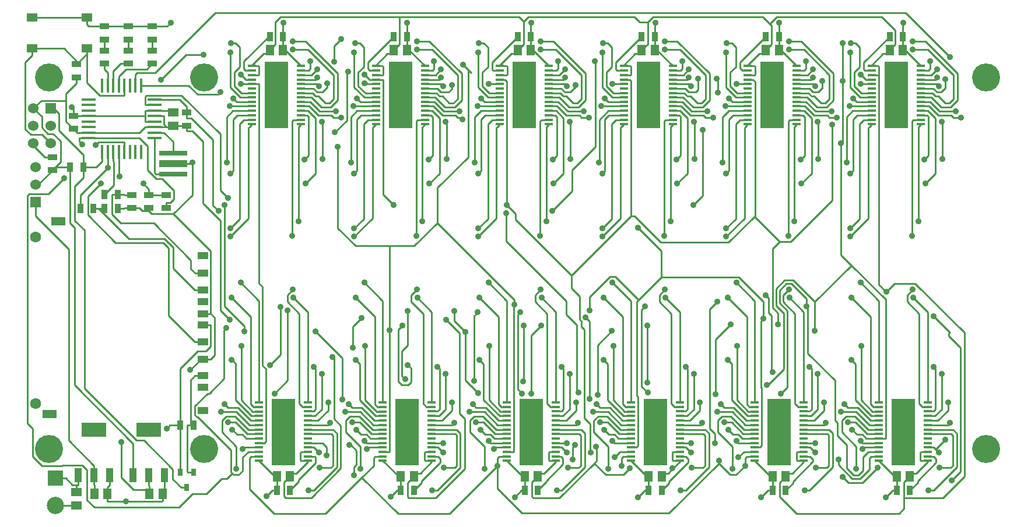
<source format=gbl>
G04 (created by PCBNEW (2013-07-07 BZR 4022)-stable) date 5/10/2014 5:07:10 PM*
%MOIN*%
G04 Gerber Fmt 3.4, Leading zero omitted, Abs format*
%FSLAX34Y34*%
G01*
G70*
G90*
G04 APERTURE LIST*
%ADD10C,0.00590551*%
%ADD11R,0.0905512X0.0905512*%
%ADD12C,0.0984252*%
%ADD13R,0.0787X0.0177*%
%ADD14R,0.0177X0.0787*%
%ADD15R,0.05X0.016*%
%ADD16R,0.133858X0.38189*%
%ADD17R,0.0610236X0.0511811*%
%ADD18R,0.144X0.08*%
%ADD19R,0.04X0.08*%
%ADD20R,0.055X0.035*%
%ADD21R,0.035X0.055*%
%ADD22R,0.0590551X0.0393701*%
%ADD23R,0.0787402X0.0472441*%
%ADD24C,0.0629921*%
%ADD25R,0.06X0.06*%
%ADD26C,0.06*%
%ADD27R,0.161417X0.0275591*%
%ADD28R,0.161417X0.0393701*%
%ADD29R,0.0512X0.059*%
%ADD30R,0.059X0.0512*%
%ADD31R,0.0315X0.0394*%
%ADD32C,0.16*%
%ADD33C,0.035*%
%ADD34C,0.01*%
G04 APERTURE END LIST*
G54D10*
G54D11*
X28307Y-64062D03*
G54D12*
X28307Y-65622D03*
G54D13*
X33982Y-44596D03*
X33982Y-44281D03*
X33982Y-43966D03*
X33982Y-43651D03*
X33982Y-43336D03*
X33982Y-43021D03*
X33982Y-42706D03*
X33982Y-42391D03*
X30216Y-42393D03*
X30216Y-44603D03*
X30216Y-44283D03*
X30216Y-43963D03*
X30216Y-43653D03*
X30216Y-43333D03*
X30216Y-43023D03*
X30216Y-42703D03*
G54D14*
X33198Y-41603D03*
X32884Y-41603D03*
X32568Y-41603D03*
X32254Y-41603D03*
X31938Y-41603D03*
X31624Y-41603D03*
X31308Y-41603D03*
X30994Y-41603D03*
X33196Y-45383D03*
X32886Y-45383D03*
X32566Y-45383D03*
X32256Y-45383D03*
X31946Y-45383D03*
X31626Y-45383D03*
X31306Y-45383D03*
X30986Y-45383D03*
G54D15*
X68285Y-63067D03*
X68285Y-62817D03*
X68285Y-62557D03*
X68285Y-62297D03*
X68285Y-62047D03*
X68285Y-61787D03*
X68285Y-61527D03*
X68285Y-61277D03*
X68285Y-61017D03*
X68285Y-60767D03*
X68285Y-60507D03*
X68285Y-60247D03*
X68285Y-59997D03*
X68285Y-59737D03*
X71085Y-59737D03*
X71085Y-59997D03*
X71085Y-60237D03*
X71085Y-60507D03*
X71085Y-60767D03*
X71085Y-61017D03*
X71085Y-61277D03*
X71085Y-61527D03*
X71085Y-61787D03*
X71085Y-62047D03*
X71085Y-62297D03*
X71085Y-62557D03*
X71085Y-62817D03*
X71085Y-63067D03*
G54D16*
X69685Y-61417D03*
G54D15*
X54111Y-63067D03*
X54111Y-62817D03*
X54111Y-62557D03*
X54111Y-62297D03*
X54111Y-62047D03*
X54111Y-61787D03*
X54111Y-61527D03*
X54111Y-61277D03*
X54111Y-61017D03*
X54111Y-60767D03*
X54111Y-60507D03*
X54111Y-60247D03*
X54111Y-59997D03*
X54111Y-59737D03*
X56911Y-59737D03*
X56911Y-59997D03*
X56911Y-60237D03*
X56911Y-60507D03*
X56911Y-60767D03*
X56911Y-61017D03*
X56911Y-61277D03*
X56911Y-61527D03*
X56911Y-61787D03*
X56911Y-62047D03*
X56911Y-62297D03*
X56911Y-62557D03*
X56911Y-62817D03*
X56911Y-63067D03*
G54D16*
X55511Y-61417D03*
G54D15*
X47025Y-63067D03*
X47025Y-62817D03*
X47025Y-62557D03*
X47025Y-62297D03*
X47025Y-62047D03*
X47025Y-61787D03*
X47025Y-61527D03*
X47025Y-61277D03*
X47025Y-61017D03*
X47025Y-60767D03*
X47025Y-60507D03*
X47025Y-60247D03*
X47025Y-59997D03*
X47025Y-59737D03*
X49825Y-59737D03*
X49825Y-59997D03*
X49825Y-60237D03*
X49825Y-60507D03*
X49825Y-60767D03*
X49825Y-61017D03*
X49825Y-61277D03*
X49825Y-61527D03*
X49825Y-61787D03*
X49825Y-62047D03*
X49825Y-62297D03*
X49825Y-62557D03*
X49825Y-62817D03*
X49825Y-63067D03*
G54D16*
X48425Y-61417D03*
G54D15*
X63604Y-40475D03*
X63604Y-40725D03*
X63604Y-40985D03*
X63604Y-41245D03*
X63604Y-41495D03*
X63604Y-41755D03*
X63604Y-42015D03*
X63604Y-42265D03*
X63604Y-42525D03*
X63604Y-42775D03*
X63604Y-43035D03*
X63604Y-43295D03*
X63604Y-43545D03*
X63604Y-43805D03*
X60804Y-43805D03*
X60804Y-43545D03*
X60804Y-43305D03*
X60804Y-43035D03*
X60804Y-42775D03*
X60804Y-42525D03*
X60804Y-42265D03*
X60804Y-42015D03*
X60804Y-41755D03*
X60804Y-41495D03*
X60804Y-41245D03*
X60804Y-40985D03*
X60804Y-40725D03*
X60804Y-40475D03*
G54D16*
X62204Y-42125D03*
G54D15*
X39938Y-63067D03*
X39938Y-62817D03*
X39938Y-62557D03*
X39938Y-62297D03*
X39938Y-62047D03*
X39938Y-61787D03*
X39938Y-61527D03*
X39938Y-61277D03*
X39938Y-61017D03*
X39938Y-60767D03*
X39938Y-60507D03*
X39938Y-60247D03*
X39938Y-59997D03*
X39938Y-59737D03*
X42738Y-59737D03*
X42738Y-59997D03*
X42738Y-60237D03*
X42738Y-60507D03*
X42738Y-60767D03*
X42738Y-61017D03*
X42738Y-61277D03*
X42738Y-61527D03*
X42738Y-61787D03*
X42738Y-62047D03*
X42738Y-62297D03*
X42738Y-62557D03*
X42738Y-62817D03*
X42738Y-63067D03*
G54D16*
X41338Y-61417D03*
G54D15*
X75371Y-63067D03*
X75371Y-62817D03*
X75371Y-62557D03*
X75371Y-62297D03*
X75371Y-62047D03*
X75371Y-61787D03*
X75371Y-61527D03*
X75371Y-61277D03*
X75371Y-61017D03*
X75371Y-60767D03*
X75371Y-60507D03*
X75371Y-60247D03*
X75371Y-59997D03*
X75371Y-59737D03*
X78171Y-59737D03*
X78171Y-59997D03*
X78171Y-60237D03*
X78171Y-60507D03*
X78171Y-60767D03*
X78171Y-61017D03*
X78171Y-61277D03*
X78171Y-61527D03*
X78171Y-61787D03*
X78171Y-62047D03*
X78171Y-62297D03*
X78171Y-62557D03*
X78171Y-62817D03*
X78171Y-63067D03*
G54D16*
X76771Y-61417D03*
G54D15*
X70691Y-40475D03*
X70691Y-40725D03*
X70691Y-40985D03*
X70691Y-41245D03*
X70691Y-41495D03*
X70691Y-41755D03*
X70691Y-42015D03*
X70691Y-42265D03*
X70691Y-42525D03*
X70691Y-42775D03*
X70691Y-43035D03*
X70691Y-43295D03*
X70691Y-43545D03*
X70691Y-43805D03*
X67891Y-43805D03*
X67891Y-43545D03*
X67891Y-43305D03*
X67891Y-43035D03*
X67891Y-42775D03*
X67891Y-42525D03*
X67891Y-42265D03*
X67891Y-42015D03*
X67891Y-41755D03*
X67891Y-41495D03*
X67891Y-41245D03*
X67891Y-40985D03*
X67891Y-40725D03*
X67891Y-40475D03*
G54D16*
X69291Y-42125D03*
G54D15*
X61198Y-63067D03*
X61198Y-62817D03*
X61198Y-62557D03*
X61198Y-62297D03*
X61198Y-62047D03*
X61198Y-61787D03*
X61198Y-61527D03*
X61198Y-61277D03*
X61198Y-61017D03*
X61198Y-60767D03*
X61198Y-60507D03*
X61198Y-60247D03*
X61198Y-59997D03*
X61198Y-59737D03*
X63998Y-59737D03*
X63998Y-59997D03*
X63998Y-60237D03*
X63998Y-60507D03*
X63998Y-60767D03*
X63998Y-61017D03*
X63998Y-61277D03*
X63998Y-61527D03*
X63998Y-61787D03*
X63998Y-62047D03*
X63998Y-62297D03*
X63998Y-62557D03*
X63998Y-62817D03*
X63998Y-63067D03*
G54D16*
X62598Y-61417D03*
G54D15*
X56518Y-40475D03*
X56518Y-40725D03*
X56518Y-40985D03*
X56518Y-41245D03*
X56518Y-41495D03*
X56518Y-41755D03*
X56518Y-42015D03*
X56518Y-42265D03*
X56518Y-42525D03*
X56518Y-42775D03*
X56518Y-43035D03*
X56518Y-43295D03*
X56518Y-43545D03*
X56518Y-43805D03*
X53718Y-43805D03*
X53718Y-43545D03*
X53718Y-43305D03*
X53718Y-43035D03*
X53718Y-42775D03*
X53718Y-42525D03*
X53718Y-42265D03*
X53718Y-42015D03*
X53718Y-41755D03*
X53718Y-41495D03*
X53718Y-41245D03*
X53718Y-40985D03*
X53718Y-40725D03*
X53718Y-40475D03*
G54D16*
X55118Y-42125D03*
G54D15*
X77777Y-40475D03*
X77777Y-40725D03*
X77777Y-40985D03*
X77777Y-41245D03*
X77777Y-41495D03*
X77777Y-41755D03*
X77777Y-42015D03*
X77777Y-42265D03*
X77777Y-42525D03*
X77777Y-42775D03*
X77777Y-43035D03*
X77777Y-43295D03*
X77777Y-43545D03*
X77777Y-43805D03*
X74977Y-43805D03*
X74977Y-43545D03*
X74977Y-43305D03*
X74977Y-43035D03*
X74977Y-42775D03*
X74977Y-42525D03*
X74977Y-42265D03*
X74977Y-42015D03*
X74977Y-41755D03*
X74977Y-41495D03*
X74977Y-41245D03*
X74977Y-40985D03*
X74977Y-40725D03*
X74977Y-40475D03*
G54D16*
X76377Y-42125D03*
G54D15*
X42344Y-40475D03*
X42344Y-40725D03*
X42344Y-40985D03*
X42344Y-41245D03*
X42344Y-41495D03*
X42344Y-41755D03*
X42344Y-42015D03*
X42344Y-42265D03*
X42344Y-42525D03*
X42344Y-42775D03*
X42344Y-43035D03*
X42344Y-43295D03*
X42344Y-43545D03*
X42344Y-43805D03*
X39544Y-43805D03*
X39544Y-43545D03*
X39544Y-43305D03*
X39544Y-43035D03*
X39544Y-42775D03*
X39544Y-42525D03*
X39544Y-42265D03*
X39544Y-42015D03*
X39544Y-41755D03*
X39544Y-41495D03*
X39544Y-41245D03*
X39544Y-40985D03*
X39544Y-40725D03*
X39544Y-40475D03*
G54D16*
X40944Y-42125D03*
G54D15*
X49431Y-40475D03*
X49431Y-40725D03*
X49431Y-40985D03*
X49431Y-41245D03*
X49431Y-41495D03*
X49431Y-41755D03*
X49431Y-42015D03*
X49431Y-42265D03*
X49431Y-42525D03*
X49431Y-42775D03*
X49431Y-43035D03*
X49431Y-43295D03*
X49431Y-43545D03*
X49431Y-43805D03*
X46631Y-43805D03*
X46631Y-43545D03*
X46631Y-43305D03*
X46631Y-43035D03*
X46631Y-42775D03*
X46631Y-42525D03*
X46631Y-42265D03*
X46631Y-42015D03*
X46631Y-41755D03*
X46631Y-41495D03*
X46631Y-41245D03*
X46631Y-40985D03*
X46631Y-40725D03*
X46631Y-40475D03*
G54D16*
X48031Y-42125D03*
G54D17*
X30108Y-39468D03*
X30108Y-37696D03*
X26978Y-37696D03*
X26978Y-39468D03*
G54D18*
X33661Y-61298D03*
G54D19*
X33661Y-63898D03*
X32761Y-63898D03*
X34561Y-63898D03*
G54D18*
X30511Y-61298D03*
G54D19*
X30511Y-63898D03*
X29611Y-63898D03*
X31411Y-63898D03*
G54D20*
X29527Y-40373D03*
X29527Y-41123D03*
G54D21*
X76752Y-38779D03*
X76002Y-38779D03*
G54D20*
X31102Y-38957D03*
X31102Y-38207D03*
X35826Y-43878D03*
X35826Y-43128D03*
G54D21*
X62579Y-38779D03*
X61829Y-38779D03*
G54D20*
X29330Y-44075D03*
X29330Y-43325D03*
G54D21*
X69666Y-38779D03*
X68916Y-38779D03*
G54D20*
X28149Y-46437D03*
X28149Y-45687D03*
G54D21*
X35451Y-61023D03*
X36201Y-61023D03*
G54D20*
X32480Y-38957D03*
X32480Y-38207D03*
X33858Y-38957D03*
X33858Y-38207D03*
X31102Y-40335D03*
X31102Y-39585D03*
X32480Y-40335D03*
X32480Y-39585D03*
X33858Y-40335D03*
X33858Y-39585D03*
X34645Y-47853D03*
X34645Y-48603D03*
X33661Y-47853D03*
X33661Y-48603D03*
G54D21*
X30493Y-48622D03*
X29743Y-48622D03*
G54D20*
X32677Y-47853D03*
X32677Y-48603D03*
G54D21*
X31871Y-47834D03*
X31121Y-47834D03*
X31121Y-48622D03*
X31871Y-48622D03*
X41319Y-38779D03*
X40569Y-38779D03*
X55136Y-64763D03*
X55886Y-64763D03*
X48406Y-38779D03*
X47656Y-38779D03*
X55493Y-38779D03*
X54743Y-38779D03*
X48050Y-64763D03*
X48800Y-64763D03*
X69310Y-64763D03*
X70060Y-64763D03*
X40963Y-64763D03*
X41713Y-64763D03*
X29152Y-46259D03*
X29902Y-46259D03*
X62223Y-64763D03*
X62973Y-64763D03*
X76396Y-64763D03*
X77146Y-64763D03*
G54D22*
X36736Y-52322D03*
X36736Y-53307D03*
X36736Y-54645D03*
X36736Y-55295D03*
X36736Y-56259D03*
X36736Y-57244D03*
X36736Y-58200D03*
X36736Y-58870D03*
X36736Y-51338D03*
X36736Y-60188D03*
G54D23*
X27992Y-60393D03*
X28464Y-49370D03*
G54D22*
X36736Y-53976D03*
G54D24*
X27165Y-50275D03*
X27165Y-59783D03*
G54D25*
X28059Y-42897D03*
G54D26*
X27059Y-42897D03*
X28059Y-43897D03*
X27059Y-43897D03*
X28059Y-44897D03*
X27059Y-44897D03*
G54D25*
X27165Y-48244D03*
G54D26*
X27165Y-47244D03*
X27165Y-46244D03*
G54D27*
X35039Y-46653D03*
G54D28*
X35039Y-46062D03*
G54D27*
X35039Y-45472D03*
G54D29*
X33680Y-64960D03*
X34430Y-64960D03*
X41713Y-63976D03*
X40963Y-63976D03*
X47656Y-39566D03*
X48406Y-39566D03*
X61829Y-39566D03*
X62579Y-39566D03*
X76002Y-39566D03*
X76752Y-39566D03*
X62973Y-63976D03*
X62223Y-63976D03*
X30530Y-64960D03*
X31280Y-64960D03*
G54D30*
X29527Y-64861D03*
X29527Y-65611D03*
G54D29*
X68916Y-39566D03*
X69666Y-39566D03*
X54743Y-39566D03*
X55493Y-39566D03*
X40569Y-39566D03*
X41319Y-39566D03*
X48050Y-63976D03*
X48800Y-63976D03*
X55136Y-63976D03*
X55886Y-63976D03*
X70060Y-63976D03*
X69310Y-63976D03*
X77146Y-63976D03*
X76396Y-63976D03*
G54D30*
X35039Y-43878D03*
X35039Y-43128D03*
G54D31*
X35826Y-64606D03*
X36201Y-63740D03*
X35451Y-63740D03*
G54D32*
X81496Y-62401D03*
X81496Y-41141D03*
X27952Y-62401D03*
X36811Y-62401D03*
X36811Y-41141D03*
X27952Y-41141D03*
G54D33*
X31306Y-46298D03*
X29852Y-44973D03*
X33331Y-47198D03*
X30904Y-47198D03*
X32065Y-61981D03*
X34666Y-61216D03*
X53582Y-63346D03*
X78307Y-40196D03*
X71220Y-40196D03*
X64133Y-40196D03*
X57047Y-40196D03*
X49960Y-40196D03*
X42874Y-40196D03*
X67755Y-63346D03*
X60669Y-63346D03*
X44657Y-38917D03*
X44232Y-40223D03*
X73084Y-62987D03*
X59133Y-40196D03*
X56703Y-48772D03*
X37644Y-48772D03*
X66231Y-63076D03*
X57893Y-62996D03*
X58015Y-62159D03*
X58198Y-59165D03*
X54080Y-48896D03*
X69607Y-55255D03*
X73319Y-63995D03*
X75309Y-63470D03*
X71732Y-62598D03*
X78818Y-62598D03*
X74330Y-40944D03*
X72700Y-43829D03*
X45984Y-40944D03*
X38897Y-40944D03*
X64645Y-62598D03*
X57559Y-62598D03*
X50472Y-62598D03*
X43385Y-62598D03*
X58916Y-62598D03*
X37972Y-48440D03*
X54118Y-48440D03*
X79188Y-61862D03*
X39114Y-55665D03*
X43167Y-55665D03*
X44705Y-59561D03*
X66913Y-55255D03*
X66038Y-59252D03*
X47646Y-48440D03*
X36763Y-39840D03*
X34351Y-41270D03*
X30613Y-45008D03*
X79173Y-41220D03*
X73858Y-61299D03*
X66771Y-61299D03*
X68975Y-58731D03*
X59685Y-61299D03*
X52598Y-61299D03*
X45511Y-61299D03*
X38425Y-61299D03*
X50963Y-41558D03*
X73321Y-39144D03*
X58059Y-41549D03*
X43847Y-41444D03*
X73212Y-44897D03*
X66190Y-41992D03*
X66112Y-41177D03*
X65062Y-41177D03*
X71714Y-55643D03*
X73321Y-41318D03*
X72138Y-41318D03*
X51735Y-55688D03*
X60110Y-55643D03*
X59305Y-59294D03*
X51122Y-54501D03*
X41169Y-54245D03*
X40583Y-57591D03*
X52466Y-59187D03*
X48444Y-54501D03*
X48300Y-58401D03*
X37758Y-41955D03*
X54876Y-54576D03*
X54984Y-59224D03*
X53385Y-62401D03*
X43267Y-41141D03*
X52250Y-58503D03*
X52462Y-54576D03*
X46102Y-62401D03*
X41595Y-54469D03*
X40838Y-59216D03*
X64777Y-48440D03*
X65320Y-44126D03*
X78700Y-41141D03*
X71614Y-41141D03*
X64527Y-41141D03*
X57440Y-41141D03*
X50354Y-41141D03*
X74448Y-62401D03*
X39015Y-62401D03*
X68795Y-54917D03*
X79541Y-64197D03*
X78515Y-54781D03*
X61621Y-49733D03*
X58844Y-54445D03*
X38184Y-48015D03*
X78818Y-41614D03*
X79448Y-39960D03*
X38267Y-55000D03*
X59224Y-62261D03*
X58861Y-59527D03*
X58607Y-54853D03*
X61137Y-63507D03*
X63593Y-63507D03*
X75802Y-53396D03*
X44155Y-57112D03*
X45821Y-54901D03*
X45312Y-56590D03*
X50635Y-54989D03*
X79015Y-45787D03*
X78976Y-43661D03*
X71929Y-45787D03*
X71889Y-43661D03*
X64842Y-45787D03*
X64803Y-43661D03*
X57755Y-45787D03*
X57716Y-43661D03*
X50669Y-45787D03*
X50629Y-43661D03*
X43582Y-45787D03*
X43543Y-43661D03*
X38095Y-55473D03*
X47425Y-55598D03*
X62165Y-59173D03*
X60275Y-62874D03*
X62016Y-54220D03*
X51615Y-40406D03*
X50354Y-40669D03*
X69792Y-59226D03*
X67362Y-62874D03*
X78700Y-40669D03*
X71614Y-40669D03*
X64527Y-40669D03*
X57440Y-40669D03*
X43267Y-40669D03*
X44444Y-45100D03*
X54537Y-54121D03*
X71231Y-54220D03*
X28815Y-46885D03*
X31987Y-46810D03*
X38897Y-41496D03*
X36023Y-57874D03*
X75787Y-65157D03*
X68661Y-65157D03*
X61614Y-65157D03*
X54566Y-65157D03*
X47480Y-65118D03*
X40393Y-65078D03*
X76771Y-37992D03*
X69685Y-37992D03*
X62598Y-37992D03*
X55511Y-37992D03*
X48425Y-37992D03*
X41338Y-37992D03*
X34898Y-37992D03*
X29242Y-42814D03*
X36134Y-46008D03*
X32354Y-65405D03*
X72677Y-43070D03*
X74330Y-41496D03*
X71732Y-41614D03*
X70236Y-39527D03*
X70236Y-39055D03*
X72992Y-43425D03*
X66811Y-42322D03*
X70944Y-47204D03*
X66653Y-39685D03*
X70905Y-45826D03*
X66692Y-39173D03*
X70196Y-50196D03*
X70551Y-49370D03*
X66653Y-50236D03*
X66653Y-49763D03*
X63464Y-49370D03*
X67244Y-41496D03*
X64645Y-41614D03*
X63149Y-39527D03*
X63149Y-39055D03*
X65590Y-43070D03*
X65905Y-43425D03*
X59724Y-42322D03*
X63858Y-47204D03*
X59566Y-39685D03*
X63818Y-45826D03*
X59606Y-39173D03*
X63110Y-50196D03*
X59566Y-50236D03*
X59566Y-49763D03*
X59566Y-46614D03*
X59370Y-45984D03*
X59527Y-42755D03*
X77637Y-49370D03*
X77322Y-39527D03*
X77322Y-39055D03*
X79763Y-43070D03*
X80078Y-43425D03*
X73897Y-42322D03*
X78031Y-47204D03*
X73740Y-39685D03*
X77992Y-45826D03*
X73779Y-39173D03*
X77283Y-50196D03*
X73740Y-50236D03*
X73740Y-49763D03*
X73740Y-46614D03*
X73543Y-45984D03*
X73700Y-42755D03*
X66653Y-46614D03*
X66456Y-45984D03*
X66614Y-42755D03*
X67244Y-52874D03*
X66732Y-53740D03*
X67283Y-56496D03*
X66732Y-57283D03*
X66338Y-59842D03*
X66141Y-60275D03*
X67007Y-63543D03*
X66535Y-60866D03*
X70275Y-53740D03*
X70236Y-53267D03*
X71417Y-57677D03*
X71889Y-58110D03*
X72244Y-59724D03*
X72362Y-60905D03*
X71141Y-64763D03*
X71771Y-63464D03*
X73818Y-57283D03*
X74330Y-52874D03*
X73818Y-53740D03*
X74370Y-56496D03*
X73425Y-59842D03*
X73228Y-60275D03*
X74094Y-63543D03*
X73622Y-60866D03*
X68921Y-53600D03*
X66161Y-53961D03*
X66006Y-62047D03*
X64645Y-62047D03*
X67244Y-61929D03*
X69315Y-57988D03*
X60157Y-61929D03*
X57559Y-62047D03*
X62152Y-58577D03*
X62140Y-55314D03*
X56083Y-55314D03*
X55519Y-59230D03*
X74330Y-61929D03*
X71732Y-62047D03*
X60157Y-52874D03*
X59645Y-53740D03*
X59921Y-63543D03*
X59448Y-60866D03*
X59251Y-59842D03*
X59055Y-60275D03*
X60196Y-56496D03*
X59645Y-57283D03*
X78858Y-63464D03*
X78228Y-64763D03*
X79448Y-60905D03*
X79330Y-59724D03*
X78976Y-58110D03*
X78503Y-57677D03*
X77322Y-53267D03*
X77362Y-53740D03*
X65157Y-59724D03*
X64685Y-63464D03*
X64055Y-64763D03*
X65275Y-60905D03*
X64803Y-58110D03*
X64330Y-57677D03*
X63149Y-53267D03*
X63188Y-53740D03*
X45078Y-59842D03*
X43818Y-62755D03*
X45984Y-61929D03*
X45393Y-63897D03*
X45275Y-60866D03*
X45118Y-62165D03*
X45748Y-63543D03*
X44881Y-60275D03*
X51102Y-60905D03*
X45472Y-57283D03*
X49842Y-64763D03*
X46023Y-56496D03*
X50511Y-63464D03*
X45472Y-53740D03*
X45984Y-52874D03*
X49015Y-53740D03*
X48976Y-53267D03*
X52362Y-60866D03*
X52834Y-63543D03*
X51968Y-60275D03*
X52165Y-59842D03*
X58188Y-60905D03*
X52559Y-57283D03*
X56968Y-64763D03*
X53110Y-56496D03*
X57598Y-63464D03*
X52559Y-53740D03*
X53070Y-52874D03*
X50157Y-57677D03*
X56102Y-53740D03*
X56062Y-53267D03*
X57244Y-57677D03*
X57716Y-58110D03*
X58070Y-59724D03*
X38188Y-60866D03*
X38661Y-63543D03*
X37795Y-60275D03*
X37992Y-59842D03*
X44015Y-60905D03*
X38385Y-57283D03*
X42795Y-64763D03*
X38937Y-56496D03*
X43425Y-63464D03*
X38385Y-53740D03*
X38897Y-52874D03*
X41929Y-53740D03*
X41889Y-53267D03*
X43070Y-57677D03*
X43543Y-58110D03*
X43897Y-59724D03*
X50629Y-58110D03*
X50984Y-59724D03*
X53070Y-61929D03*
X50472Y-62047D03*
X55062Y-58529D03*
X55082Y-55338D03*
X48138Y-55338D03*
X48449Y-57583D03*
X49291Y-49370D03*
X48937Y-50196D03*
X49645Y-45826D03*
X49685Y-47204D03*
X51574Y-43543D03*
X51417Y-43070D03*
X48976Y-39055D03*
X48976Y-39527D03*
X45393Y-50236D03*
X45393Y-49763D03*
X45393Y-46614D03*
X45196Y-45984D03*
X45354Y-42755D03*
X45551Y-42322D03*
X45393Y-39685D03*
X45433Y-39173D03*
X52480Y-46614D03*
X42598Y-47204D03*
X42204Y-49370D03*
X41850Y-50196D03*
X42559Y-45826D03*
X44645Y-43425D03*
X44330Y-43070D03*
X41889Y-39055D03*
X41889Y-39527D03*
X53070Y-41496D03*
X50472Y-41614D03*
X60157Y-41496D03*
X57559Y-41614D03*
X44290Y-44268D03*
X45047Y-40787D03*
X43385Y-41614D03*
X45984Y-41456D03*
X56023Y-50196D03*
X56377Y-49370D03*
X56062Y-39055D03*
X56062Y-39527D03*
X58818Y-43425D03*
X58503Y-43070D03*
X56732Y-45826D03*
X56771Y-47204D03*
X38307Y-39685D03*
X38346Y-39173D03*
X38464Y-42322D03*
X38267Y-42755D03*
X38110Y-45984D03*
X38307Y-46614D03*
X38307Y-49763D03*
X38307Y-50236D03*
X52519Y-39173D03*
X52480Y-39685D03*
X52637Y-42322D03*
X52440Y-42755D03*
X52283Y-45984D03*
X52480Y-49763D03*
X52480Y-50236D03*
G54D34*
X32055Y-40335D02*
X32480Y-40335D01*
X31624Y-40766D02*
X32055Y-40335D01*
X31624Y-41603D02*
X31624Y-40766D01*
X32480Y-40335D02*
X32480Y-40335D01*
X33858Y-40335D02*
X33858Y-40335D01*
X33858Y-40335D02*
X33858Y-40335D01*
X31938Y-41060D02*
X31938Y-41603D01*
X32338Y-40660D02*
X31938Y-41060D01*
X33533Y-40660D02*
X32338Y-40660D01*
X33858Y-40335D02*
X33533Y-40660D01*
X29902Y-45558D02*
X29902Y-46259D01*
X28509Y-44164D02*
X29902Y-45558D01*
X28509Y-43194D02*
X28509Y-44164D01*
X28212Y-42897D02*
X28509Y-43194D01*
X28059Y-42897D02*
X28212Y-42897D01*
X30986Y-45383D02*
X30986Y-45383D01*
X30654Y-46259D02*
X29902Y-46259D01*
X30986Y-45927D02*
X30654Y-46259D01*
X30986Y-45383D02*
X30986Y-45927D01*
X35826Y-64606D02*
X35826Y-64606D01*
X29902Y-46874D02*
X29902Y-46259D01*
X29417Y-47359D02*
X29902Y-46874D01*
X29417Y-49324D02*
X29417Y-47359D01*
X29967Y-49874D02*
X29417Y-49324D01*
X29967Y-58941D02*
X29967Y-49874D01*
X32935Y-61909D02*
X29967Y-58941D01*
X33385Y-61909D02*
X32935Y-61909D01*
X35027Y-63552D02*
X33385Y-61909D01*
X35027Y-64114D02*
X35027Y-63552D01*
X35519Y-64606D02*
X35027Y-64114D01*
X35826Y-64606D02*
X35519Y-64606D01*
X35826Y-64606D02*
X35826Y-64606D01*
X29743Y-47862D02*
X31306Y-46298D01*
X29743Y-48622D02*
X29743Y-47862D01*
X31306Y-46298D02*
X31306Y-45383D01*
X31306Y-45383D02*
X31306Y-45383D01*
X31308Y-40866D02*
X31308Y-41603D01*
X31102Y-40660D02*
X31308Y-40866D01*
X31102Y-40335D02*
X31102Y-40660D01*
X31102Y-40335D02*
X31102Y-40335D01*
X29527Y-40197D02*
X29527Y-40373D01*
X28798Y-39468D02*
X29527Y-40197D01*
X26978Y-39468D02*
X28798Y-39468D01*
X27559Y-44397D02*
X28059Y-44897D01*
X26898Y-44397D02*
X27559Y-44397D01*
X26590Y-44090D02*
X26898Y-44397D01*
X26590Y-40262D02*
X26590Y-44090D01*
X26978Y-39874D02*
X26590Y-40262D01*
X26978Y-39468D02*
X26978Y-39874D01*
X30108Y-39468D02*
X30108Y-39792D01*
X30108Y-39468D02*
X30108Y-39792D01*
X32254Y-42147D02*
X32254Y-41603D01*
X30839Y-42147D02*
X32254Y-42147D01*
X30227Y-41535D02*
X30839Y-42147D01*
X30108Y-41416D02*
X30227Y-41535D01*
X30108Y-39792D02*
X30108Y-41416D01*
X29527Y-40373D02*
X29527Y-40373D01*
X30108Y-39792D02*
X29527Y-40373D01*
X29672Y-44793D02*
X29852Y-44973D01*
X29672Y-44603D02*
X29672Y-44793D01*
X30216Y-44603D02*
X29672Y-44603D01*
X33112Y-44603D02*
X30216Y-44603D01*
X33565Y-45056D02*
X33112Y-44603D01*
X33565Y-46440D02*
X33565Y-45056D01*
X34066Y-46941D02*
X33565Y-46440D01*
X34411Y-46941D02*
X34066Y-46941D01*
X35070Y-47600D02*
X34411Y-46941D01*
X35070Y-48096D02*
X35070Y-47600D01*
X34889Y-48278D02*
X35070Y-48096D01*
X34645Y-48278D02*
X34889Y-48278D01*
X34645Y-48603D02*
X34645Y-48278D01*
X34645Y-48603D02*
X34645Y-48603D01*
X31545Y-47834D02*
X31871Y-47834D01*
X31545Y-48971D02*
X31545Y-47834D01*
X32042Y-49468D02*
X31545Y-48971D01*
X33935Y-49468D02*
X32042Y-49468D01*
X36062Y-51596D02*
X33935Y-49468D01*
X36062Y-52086D02*
X36062Y-51596D01*
X36299Y-52322D02*
X36062Y-52086D01*
X36736Y-52322D02*
X36299Y-52322D01*
X32233Y-47834D02*
X31871Y-47834D01*
X32252Y-47853D02*
X32233Y-47834D01*
X32676Y-47853D02*
X32252Y-47853D01*
X32676Y-47853D02*
X32677Y-47853D01*
X32523Y-50372D02*
X30773Y-48622D01*
X34555Y-50372D02*
X32523Y-50372D01*
X35036Y-50852D02*
X34555Y-50372D01*
X35036Y-52052D02*
X35036Y-50852D01*
X36290Y-53307D02*
X35036Y-52052D01*
X36736Y-53307D02*
X36290Y-53307D01*
X31121Y-48622D02*
X30773Y-48622D01*
X30773Y-48622D02*
X30493Y-48622D01*
X36290Y-58200D02*
X36736Y-58200D01*
X36039Y-58452D02*
X36290Y-58200D01*
X36039Y-61023D02*
X36039Y-58452D01*
X36201Y-61023D02*
X36039Y-61023D01*
X35894Y-63740D02*
X36201Y-63740D01*
X35856Y-63702D02*
X35894Y-63740D01*
X35856Y-61043D02*
X35856Y-63702D01*
X35876Y-61023D02*
X35856Y-61043D01*
X36039Y-61023D02*
X35876Y-61023D01*
X36201Y-63740D02*
X36201Y-63740D01*
X33661Y-47853D02*
X33661Y-47853D01*
X30167Y-47934D02*
X30904Y-47198D01*
X30167Y-48991D02*
X30167Y-47934D01*
X31760Y-50584D02*
X30167Y-48991D01*
X34484Y-50584D02*
X31760Y-50584D01*
X34795Y-50894D02*
X34484Y-50584D01*
X34795Y-54764D02*
X34795Y-50894D01*
X36290Y-56259D02*
X34795Y-54764D01*
X36736Y-56259D02*
X36290Y-56259D01*
X33661Y-47528D02*
X33661Y-47853D01*
X33331Y-47198D02*
X33661Y-47528D01*
X33661Y-47853D02*
X33661Y-47853D01*
X33661Y-47853D02*
X33661Y-47853D01*
X33661Y-47853D02*
X34645Y-47853D01*
X34645Y-47853D02*
X34645Y-47853D01*
X31626Y-45927D02*
X31626Y-45383D01*
X31646Y-45948D02*
X31626Y-45927D01*
X31646Y-47308D02*
X31646Y-45948D01*
X31121Y-47834D02*
X31646Y-47308D01*
X31626Y-45383D02*
X31626Y-45383D01*
X33661Y-64496D02*
X33661Y-63898D01*
X33680Y-64515D02*
X33661Y-64496D01*
X33680Y-64738D02*
X33680Y-64515D01*
X34859Y-61023D02*
X34666Y-61216D01*
X35451Y-61023D02*
X34859Y-61023D01*
X32788Y-64738D02*
X33680Y-64738D01*
X32065Y-64014D02*
X32788Y-64738D01*
X32065Y-61981D02*
X32065Y-64014D01*
X35451Y-57805D02*
X35451Y-61023D01*
X36450Y-56807D02*
X35451Y-57805D01*
X36910Y-56807D02*
X36450Y-56807D01*
X37181Y-56535D02*
X36910Y-56807D01*
X37181Y-55295D02*
X37181Y-56535D01*
X36736Y-55295D02*
X37181Y-55295D01*
X33680Y-64960D02*
X33680Y-64738D01*
X35451Y-61023D02*
X35451Y-63740D01*
X35451Y-63740D02*
X35451Y-63740D01*
X78211Y-40725D02*
X77777Y-40725D01*
X78307Y-40629D02*
X78211Y-40725D01*
X78307Y-40196D02*
X78307Y-40629D01*
X71124Y-40725D02*
X70691Y-40725D01*
X71220Y-40629D02*
X71124Y-40725D01*
X71220Y-40196D02*
X71220Y-40629D01*
X64037Y-40725D02*
X63604Y-40725D01*
X64133Y-40629D02*
X64037Y-40725D01*
X64133Y-40196D02*
X64133Y-40629D01*
X56951Y-40725D02*
X56518Y-40725D01*
X57047Y-40629D02*
X56951Y-40725D01*
X57047Y-40196D02*
X57047Y-40629D01*
X49864Y-40725D02*
X49431Y-40725D01*
X49960Y-40629D02*
X49864Y-40725D01*
X49960Y-40196D02*
X49960Y-40629D01*
X42777Y-40725D02*
X42344Y-40725D01*
X42874Y-40629D02*
X42777Y-40725D01*
X42874Y-40196D02*
X42874Y-40629D01*
X60765Y-62817D02*
X61198Y-62817D01*
X60669Y-62913D02*
X60765Y-62817D01*
X60669Y-63346D02*
X60669Y-62913D01*
X53678Y-62817D02*
X54111Y-62817D01*
X53582Y-62913D02*
X53678Y-62817D01*
X53582Y-63346D02*
X53582Y-62913D01*
X67851Y-62817D02*
X68285Y-62817D01*
X67755Y-62913D02*
X67851Y-62817D01*
X67755Y-63346D02*
X67755Y-62913D01*
X50837Y-66091D02*
X53582Y-63346D01*
X47901Y-66091D02*
X50837Y-66091D01*
X45825Y-64016D02*
X47901Y-66091D01*
X46592Y-62817D02*
X47025Y-62817D01*
X46496Y-62913D02*
X46592Y-62817D01*
X46496Y-63346D02*
X46496Y-62913D01*
X45825Y-64016D02*
X46496Y-63346D01*
X43762Y-66079D02*
X45825Y-64016D01*
X40801Y-66079D02*
X43762Y-66079D01*
X39409Y-64687D02*
X40801Y-66079D01*
X39409Y-62913D02*
X39409Y-64687D01*
X39505Y-62817D02*
X39409Y-62913D01*
X39938Y-62817D02*
X39505Y-62817D01*
X44232Y-39342D02*
X44657Y-38917D01*
X44232Y-40223D02*
X44232Y-39342D01*
X74938Y-62817D02*
X75371Y-62817D01*
X74842Y-62913D02*
X74938Y-62817D01*
X74842Y-63546D02*
X74842Y-62913D01*
X74311Y-64077D02*
X74842Y-63546D01*
X73862Y-64077D02*
X74311Y-64077D01*
X73084Y-63300D02*
X73862Y-64077D01*
X73084Y-62987D02*
X73084Y-63300D01*
X57893Y-62280D02*
X57893Y-62996D01*
X58015Y-62159D02*
X57893Y-62280D01*
X63385Y-66073D02*
X66231Y-63227D01*
X54980Y-66073D02*
X63385Y-66073D01*
X53582Y-64675D02*
X54980Y-66073D01*
X53582Y-63346D02*
X53582Y-64675D01*
X66877Y-63873D02*
X66231Y-63227D01*
X67228Y-63873D02*
X66877Y-63873D01*
X67755Y-63346D02*
X67228Y-63873D01*
X66231Y-63227D02*
X66231Y-63076D01*
X59170Y-40233D02*
X59133Y-40196D01*
X59170Y-45089D02*
X59170Y-40233D01*
X57839Y-46420D02*
X59170Y-45089D01*
X57839Y-47636D02*
X57839Y-46420D01*
X56703Y-48772D02*
X57839Y-47636D01*
X54080Y-50505D02*
X54080Y-48896D01*
X57500Y-53925D02*
X54080Y-50505D01*
X57500Y-54678D02*
X57500Y-53925D01*
X58125Y-55303D02*
X57500Y-54678D01*
X58125Y-59092D02*
X58125Y-55303D01*
X58198Y-59165D02*
X58125Y-59092D01*
X37322Y-48450D02*
X37644Y-48772D01*
X37322Y-44705D02*
X37322Y-48450D01*
X36070Y-43453D02*
X37322Y-44705D01*
X35826Y-43453D02*
X36070Y-43453D01*
X35826Y-43128D02*
X35826Y-43453D01*
X33982Y-42392D02*
X33982Y-42392D01*
X35826Y-42803D02*
X35826Y-43128D01*
X35414Y-42392D02*
X35826Y-42803D01*
X33982Y-42392D02*
X35414Y-42392D01*
X33982Y-42392D02*
X33982Y-42391D01*
X69299Y-50933D02*
X69704Y-50528D01*
X69299Y-54306D02*
X69299Y-50933D01*
X69607Y-54615D02*
X69299Y-54306D01*
X69607Y-55255D02*
X69607Y-54615D01*
X78818Y-62598D02*
X78647Y-62427D01*
X74448Y-64330D02*
X75309Y-63470D01*
X73661Y-64330D02*
X74448Y-64330D01*
X73325Y-63995D02*
X73661Y-64330D01*
X73319Y-63995D02*
X73325Y-63995D01*
X72700Y-48166D02*
X72700Y-43829D01*
X70338Y-50528D02*
X72700Y-48166D01*
X69704Y-50528D02*
X70338Y-50528D01*
X78647Y-62403D02*
X79188Y-61862D01*
X78647Y-62427D02*
X78647Y-62403D01*
X61224Y-49060D02*
X57816Y-52468D01*
X68265Y-49088D02*
X69704Y-50528D01*
X61407Y-49060D02*
X61224Y-49060D01*
X62912Y-50564D02*
X61407Y-49060D01*
X66789Y-50564D02*
X62912Y-50564D01*
X68265Y-49088D02*
X66789Y-50564D01*
X57816Y-53206D02*
X57816Y-52468D01*
X58282Y-53673D02*
X57816Y-53206D01*
X58282Y-54988D02*
X58282Y-53673D01*
X58366Y-55072D02*
X58282Y-54988D01*
X58366Y-55378D02*
X58366Y-55072D01*
X58533Y-55546D02*
X58366Y-55378D01*
X58533Y-60612D02*
X58533Y-55546D01*
X58894Y-60973D02*
X58533Y-60612D01*
X58894Y-62576D02*
X58894Y-60973D01*
X58916Y-62598D02*
X58894Y-62576D01*
X54448Y-48771D02*
X54118Y-48440D01*
X54448Y-48771D02*
X54448Y-48771D01*
X54608Y-48931D02*
X54448Y-48771D01*
X54608Y-49261D02*
X54608Y-48931D01*
X57816Y-52468D02*
X54608Y-49261D01*
X44705Y-57202D02*
X43167Y-55665D01*
X44705Y-59561D02*
X44705Y-57202D01*
X37972Y-54225D02*
X37972Y-48440D01*
X39114Y-55368D02*
X37972Y-54225D01*
X39114Y-55665D02*
X39114Y-55368D01*
X66038Y-56131D02*
X66913Y-55255D01*
X66038Y-59252D02*
X66038Y-56131D01*
X35781Y-39840D02*
X34351Y-41270D01*
X36763Y-39840D02*
X35781Y-39840D01*
X46285Y-41246D02*
X46631Y-41246D01*
X45984Y-40944D02*
X46285Y-41246D01*
X47031Y-47825D02*
X47646Y-48440D01*
X47031Y-41246D02*
X47031Y-47825D01*
X46631Y-41246D02*
X47031Y-41246D01*
X46631Y-41246D02*
X46631Y-41245D01*
X39544Y-41246D02*
X39544Y-41246D01*
X39198Y-41246D02*
X38897Y-40944D01*
X39544Y-41246D02*
X39198Y-41246D01*
X39544Y-41246D02*
X39544Y-41245D01*
X74977Y-41246D02*
X74977Y-41246D01*
X74631Y-41246D02*
X74330Y-40944D01*
X74977Y-41246D02*
X74631Y-41246D01*
X74977Y-41246D02*
X74977Y-41245D01*
X53718Y-41246D02*
X53718Y-41246D01*
X54118Y-41346D02*
X54118Y-48440D01*
X54018Y-41246D02*
X54118Y-41346D01*
X53718Y-41246D02*
X54018Y-41246D01*
X53718Y-41246D02*
X53718Y-41245D01*
X63998Y-62297D02*
X63998Y-62297D01*
X64344Y-62297D02*
X64645Y-62598D01*
X63998Y-62297D02*
X64344Y-62297D01*
X63998Y-62297D02*
X63998Y-62297D01*
X67891Y-41246D02*
X67891Y-41246D01*
X68310Y-49044D02*
X68265Y-49088D01*
X68310Y-41364D02*
X68310Y-49044D01*
X68191Y-41246D02*
X68310Y-41364D01*
X67891Y-41246D02*
X68191Y-41246D01*
X67891Y-41246D02*
X67891Y-41245D01*
X78171Y-62297D02*
X78171Y-62297D01*
X78517Y-62297D02*
X78647Y-62427D01*
X78171Y-62297D02*
X78517Y-62297D01*
X78171Y-62297D02*
X78171Y-62297D01*
X42738Y-62297D02*
X42738Y-62297D01*
X43084Y-62297D02*
X43385Y-62598D01*
X42738Y-62297D02*
X43084Y-62297D01*
X42738Y-62297D02*
X42738Y-62297D01*
X60804Y-41246D02*
X60804Y-41246D01*
X61224Y-41316D02*
X61224Y-49060D01*
X61154Y-41246D02*
X61224Y-41316D01*
X60804Y-41246D02*
X61154Y-41246D01*
X60804Y-41246D02*
X60804Y-41245D01*
X49825Y-62297D02*
X49825Y-62297D01*
X50171Y-62297D02*
X50472Y-62598D01*
X49825Y-62297D02*
X50171Y-62297D01*
X49825Y-62297D02*
X49825Y-62297D01*
X56911Y-62297D02*
X56911Y-62297D01*
X57257Y-62297D02*
X57559Y-62598D01*
X56911Y-62297D02*
X57257Y-62297D01*
X56911Y-62297D02*
X56911Y-62297D01*
X71085Y-62297D02*
X71085Y-62297D01*
X71431Y-62297D02*
X71732Y-62598D01*
X71085Y-62297D02*
X71431Y-62297D01*
X71085Y-62297D02*
X71085Y-62297D01*
X30782Y-44840D02*
X30613Y-45008D01*
X32256Y-44840D02*
X30782Y-44840D01*
X32256Y-45383D02*
X32256Y-44840D01*
X32256Y-45383D02*
X32256Y-45383D01*
X69031Y-58731D02*
X68975Y-58731D01*
X69950Y-57813D02*
X69031Y-58731D01*
X69950Y-54635D02*
X69950Y-57813D01*
X69499Y-54184D02*
X69950Y-54635D01*
X69499Y-53217D02*
X69499Y-54184D01*
X69976Y-52740D02*
X69499Y-53217D01*
X69997Y-52740D02*
X69976Y-52740D01*
X66190Y-41254D02*
X66112Y-41177D01*
X66190Y-41992D02*
X66190Y-41254D01*
X73321Y-44788D02*
X73321Y-41318D01*
X73212Y-44897D02*
X73321Y-44788D01*
X73321Y-41318D02*
X73321Y-39144D01*
X59305Y-56448D02*
X60110Y-55643D01*
X59305Y-59294D02*
X59305Y-56448D01*
X73212Y-51279D02*
X73212Y-44897D01*
X73812Y-51878D02*
X73212Y-51279D01*
X41169Y-57005D02*
X40583Y-57591D01*
X41169Y-54245D02*
X41169Y-57005D01*
X51735Y-58455D02*
X52466Y-59187D01*
X51735Y-55688D02*
X51735Y-58455D01*
X51122Y-55075D02*
X51122Y-54501D01*
X51735Y-55688D02*
X51122Y-55075D01*
X48124Y-58225D02*
X48300Y-58401D01*
X48124Y-56795D02*
X48124Y-58225D01*
X48462Y-56456D02*
X48124Y-56795D01*
X48462Y-54520D02*
X48462Y-56456D01*
X48444Y-54501D02*
X48462Y-54520D01*
X35929Y-41603D02*
X33198Y-41603D01*
X36435Y-42109D02*
X35929Y-41603D01*
X37604Y-42109D02*
X36435Y-42109D01*
X37758Y-41955D02*
X37604Y-42109D01*
X71714Y-55643D02*
X71714Y-53975D01*
X71714Y-53975D02*
X73812Y-51878D01*
X70000Y-52740D02*
X69997Y-52740D01*
X70479Y-52740D02*
X70000Y-52740D01*
X71714Y-53975D02*
X70479Y-52740D01*
X70000Y-52740D02*
X69997Y-52740D01*
X49431Y-41755D02*
X49431Y-41755D01*
X50963Y-41792D02*
X50963Y-41558D01*
X50787Y-41968D02*
X50963Y-41792D01*
X50354Y-41968D02*
X50787Y-41968D01*
X50141Y-41755D02*
X50354Y-41968D01*
X49431Y-41755D02*
X50141Y-41755D01*
X49431Y-41755D02*
X49431Y-41755D01*
X42344Y-41755D02*
X42344Y-41755D01*
X43847Y-41699D02*
X43847Y-41444D01*
X43578Y-41968D02*
X43847Y-41699D01*
X43267Y-41968D02*
X43578Y-41968D01*
X43055Y-41755D02*
X43267Y-41968D01*
X42344Y-41755D02*
X43055Y-41755D01*
X42344Y-41755D02*
X42344Y-41755D01*
X77777Y-41755D02*
X77778Y-41755D01*
X79173Y-41732D02*
X79173Y-41220D01*
X78937Y-41968D02*
X79173Y-41732D01*
X78700Y-41968D02*
X78937Y-41968D01*
X78488Y-41755D02*
X78700Y-41968D01*
X77778Y-41755D02*
X78488Y-41755D01*
X77778Y-41755D02*
X77777Y-41755D01*
X56518Y-41755D02*
X56518Y-41755D01*
X58059Y-41656D02*
X58059Y-41549D01*
X57748Y-41968D02*
X58059Y-41656D01*
X57440Y-41968D02*
X57748Y-41968D01*
X57228Y-41755D02*
X57440Y-41968D01*
X56518Y-41755D02*
X57228Y-41755D01*
X56518Y-41755D02*
X56518Y-41755D01*
X61198Y-61787D02*
X61198Y-61787D01*
X59960Y-61574D02*
X59685Y-61299D01*
X60275Y-61574D02*
X59960Y-61574D01*
X60488Y-61787D02*
X60275Y-61574D01*
X61198Y-61787D02*
X60488Y-61787D01*
X61198Y-61787D02*
X61198Y-61787D01*
X70691Y-41755D02*
X70691Y-41755D01*
X72138Y-41771D02*
X72138Y-41318D01*
X72125Y-41771D02*
X72138Y-41771D01*
X71929Y-41968D02*
X72125Y-41771D01*
X71614Y-41968D02*
X71929Y-41968D01*
X71401Y-41755D02*
X71614Y-41968D01*
X70691Y-41755D02*
X71401Y-41755D01*
X70691Y-41755D02*
X70691Y-41755D01*
X74661Y-61787D02*
X75371Y-61787D01*
X74448Y-61574D02*
X74661Y-61787D01*
X74133Y-61574D02*
X74448Y-61574D01*
X73858Y-61299D02*
X74133Y-61574D01*
X75771Y-53838D02*
X73812Y-51878D01*
X75771Y-61787D02*
X75771Y-53838D01*
X75371Y-61787D02*
X75771Y-61787D01*
X75371Y-61787D02*
X75371Y-61787D01*
X39938Y-61787D02*
X39938Y-61787D01*
X38700Y-61574D02*
X38425Y-61299D01*
X39015Y-61574D02*
X38700Y-61574D01*
X39228Y-61787D02*
X39015Y-61574D01*
X39938Y-61787D02*
X39228Y-61787D01*
X39938Y-61787D02*
X39938Y-61787D01*
X63604Y-41755D02*
X63604Y-41755D01*
X65062Y-41827D02*
X65062Y-41177D01*
X64921Y-41968D02*
X65062Y-41827D01*
X64527Y-41968D02*
X64921Y-41968D01*
X64314Y-41755D02*
X64527Y-41968D01*
X63604Y-41755D02*
X64314Y-41755D01*
X63604Y-41755D02*
X63604Y-41755D01*
X47025Y-61787D02*
X47025Y-61787D01*
X45787Y-61574D02*
X45511Y-61299D01*
X46102Y-61574D02*
X45787Y-61574D01*
X46314Y-61787D02*
X46102Y-61574D01*
X47025Y-61787D02*
X46314Y-61787D01*
X47025Y-61787D02*
X47025Y-61787D01*
X54111Y-61787D02*
X54111Y-61787D01*
X52874Y-61574D02*
X52598Y-61299D01*
X53188Y-61574D02*
X52874Y-61574D01*
X53401Y-61787D02*
X53188Y-61574D01*
X54111Y-61787D02*
X53401Y-61787D01*
X54111Y-61787D02*
X54111Y-61787D01*
X68285Y-61787D02*
X68284Y-61787D01*
X67047Y-61574D02*
X66771Y-61299D01*
X67362Y-61574D02*
X67047Y-61574D01*
X67574Y-61787D02*
X67362Y-61574D01*
X68284Y-61787D02*
X67574Y-61787D01*
X68284Y-61787D02*
X68285Y-61787D01*
X54733Y-58972D02*
X54984Y-59224D01*
X54733Y-54719D02*
X54733Y-58972D01*
X54876Y-54576D02*
X54733Y-54719D01*
X52233Y-54805D02*
X52462Y-54576D01*
X52233Y-58486D02*
X52233Y-54805D01*
X52250Y-58503D02*
X52233Y-58486D01*
X41595Y-58459D02*
X40838Y-59216D01*
X41595Y-54469D02*
X41595Y-58459D01*
X65320Y-47898D02*
X64777Y-48440D01*
X65320Y-44126D02*
X65320Y-47898D01*
X80060Y-63678D02*
X79541Y-64197D01*
X80060Y-56585D02*
X80060Y-63678D01*
X80036Y-56585D02*
X80060Y-56585D01*
X79392Y-55942D02*
X80036Y-56585D01*
X79392Y-55776D02*
X79392Y-55942D01*
X79451Y-55717D02*
X79392Y-55776D01*
X78515Y-54781D02*
X79451Y-55717D01*
X67385Y-52548D02*
X62950Y-52548D01*
X68795Y-53957D02*
X67385Y-52548D01*
X68795Y-54917D02*
X68795Y-53957D01*
X62950Y-51062D02*
X61621Y-49733D01*
X62950Y-52548D02*
X62950Y-51062D01*
X60311Y-52541D02*
X61634Y-53864D01*
X60000Y-52541D02*
X60311Y-52541D01*
X58844Y-53698D02*
X60000Y-52541D01*
X58844Y-54445D02*
X58844Y-53698D01*
X62950Y-52548D02*
X61634Y-53864D01*
X49431Y-41246D02*
X49431Y-41246D01*
X50250Y-41246D02*
X50354Y-41141D01*
X49431Y-41246D02*
X50250Y-41246D01*
X49431Y-41246D02*
X49431Y-41245D01*
X42344Y-41246D02*
X42344Y-41246D01*
X43163Y-41246D02*
X43267Y-41141D01*
X42344Y-41246D02*
X43163Y-41246D01*
X42344Y-41246D02*
X42344Y-41245D01*
X77777Y-41246D02*
X77778Y-41246D01*
X78596Y-41246D02*
X78700Y-41141D01*
X77778Y-41246D02*
X78596Y-41246D01*
X77778Y-41246D02*
X77777Y-41245D01*
X56518Y-41246D02*
X56518Y-41246D01*
X57336Y-41246D02*
X57440Y-41141D01*
X56518Y-41246D02*
X57336Y-41246D01*
X56518Y-41246D02*
X56518Y-41245D01*
X61198Y-62297D02*
X61198Y-62297D01*
X61498Y-62297D02*
X61198Y-62297D01*
X61615Y-62180D02*
X61498Y-62297D01*
X61615Y-59411D02*
X61615Y-62180D01*
X61535Y-59330D02*
X61615Y-59411D01*
X61535Y-53976D02*
X61535Y-59330D01*
X61615Y-53896D02*
X61535Y-53976D01*
X61615Y-53883D02*
X61615Y-53896D01*
X61634Y-53864D02*
X61615Y-53883D01*
X61198Y-62297D02*
X61198Y-62297D01*
X70691Y-41246D02*
X70691Y-41246D01*
X71509Y-41246D02*
X71614Y-41141D01*
X70691Y-41246D02*
X71509Y-41246D01*
X70691Y-41246D02*
X70691Y-41245D01*
X75371Y-62297D02*
X75371Y-62297D01*
X74553Y-62297D02*
X74448Y-62401D01*
X75371Y-62297D02*
X74553Y-62297D01*
X75371Y-62297D02*
X75371Y-62297D01*
X39938Y-62297D02*
X39938Y-62297D01*
X39120Y-62297D02*
X39015Y-62401D01*
X39938Y-62297D02*
X39120Y-62297D01*
X39938Y-62297D02*
X39938Y-62297D01*
X63604Y-41246D02*
X63604Y-41246D01*
X64423Y-41246D02*
X64527Y-41141D01*
X63604Y-41246D02*
X64423Y-41246D01*
X63604Y-41246D02*
X63604Y-41245D01*
X47025Y-62297D02*
X47025Y-62297D01*
X46206Y-62297D02*
X46102Y-62401D01*
X47025Y-62297D02*
X46206Y-62297D01*
X47025Y-62297D02*
X47025Y-62297D01*
X53490Y-62297D02*
X54111Y-62297D01*
X53385Y-62401D02*
X53490Y-62297D01*
X54111Y-62297D02*
X54111Y-62297D01*
X54111Y-62297D02*
X54111Y-62297D01*
X68285Y-62297D02*
X68285Y-62297D01*
X68640Y-55071D02*
X68795Y-54917D01*
X68640Y-58874D02*
X68640Y-55071D01*
X68688Y-58922D02*
X68640Y-58874D01*
X68688Y-62193D02*
X68688Y-58922D01*
X68585Y-62297D02*
X68688Y-62193D01*
X68285Y-62297D02*
X68585Y-62297D01*
X68285Y-62297D02*
X68285Y-62297D01*
X33982Y-42707D02*
X33982Y-42707D01*
X37747Y-47578D02*
X38184Y-48015D01*
X37747Y-44368D02*
X37747Y-47578D01*
X35525Y-42147D02*
X37747Y-44368D01*
X33524Y-42147D02*
X35525Y-42147D01*
X33438Y-42232D02*
X33524Y-42147D01*
X33438Y-42707D02*
X33438Y-42232D01*
X33982Y-42707D02*
X33438Y-42707D01*
X33982Y-42707D02*
X33982Y-42706D01*
X76929Y-37440D02*
X79448Y-39960D01*
X37440Y-37440D02*
X76929Y-37440D01*
X34015Y-40866D02*
X37440Y-37440D01*
X32992Y-40866D02*
X34015Y-40866D01*
X32884Y-40973D02*
X32992Y-40866D01*
X32884Y-41603D02*
X32884Y-40973D01*
X77778Y-41496D02*
X77777Y-41496D01*
X78700Y-41496D02*
X77778Y-41496D01*
X78818Y-41614D02*
X78700Y-41496D01*
X77778Y-41496D02*
X77777Y-41495D01*
X27343Y-47244D02*
X28149Y-46437D01*
X27165Y-47244D02*
X27343Y-47244D01*
X33121Y-44283D02*
X30216Y-44283D01*
X33438Y-43966D02*
X33121Y-44283D01*
X33982Y-43966D02*
X33438Y-43966D01*
X33982Y-43966D02*
X34670Y-43966D01*
X45312Y-55410D02*
X45312Y-56590D01*
X45821Y-54901D02*
X45312Y-55410D01*
X42358Y-63067D02*
X42738Y-63067D01*
X42322Y-63031D02*
X42358Y-63067D01*
X42322Y-62598D02*
X42322Y-63031D01*
X42363Y-62557D02*
X42322Y-62598D01*
X42738Y-62557D02*
X42363Y-62557D01*
X61184Y-40475D02*
X60804Y-40475D01*
X61220Y-40511D02*
X61184Y-40475D01*
X61220Y-40944D02*
X61220Y-40511D01*
X61179Y-40985D02*
X61220Y-40944D01*
X60804Y-40985D02*
X61179Y-40985D01*
X63149Y-63779D02*
X62973Y-63779D01*
X62973Y-63955D02*
X62973Y-63976D01*
X63149Y-63779D02*
X62973Y-63955D01*
X68271Y-40475D02*
X67891Y-40475D01*
X68307Y-40511D02*
X68271Y-40475D01*
X68307Y-40944D02*
X68307Y-40511D01*
X68266Y-40985D02*
X68307Y-40944D01*
X67891Y-40985D02*
X68266Y-40985D01*
X39924Y-40475D02*
X39544Y-40475D01*
X39960Y-40511D02*
X39924Y-40475D01*
X39960Y-40944D02*
X39960Y-40511D01*
X39919Y-40985D02*
X39960Y-40944D01*
X39544Y-40985D02*
X39919Y-40985D01*
X49445Y-63067D02*
X49825Y-63067D01*
X49409Y-63031D02*
X49445Y-63067D01*
X49409Y-62598D02*
X49409Y-63031D01*
X49450Y-62557D02*
X49409Y-62598D01*
X49825Y-62557D02*
X49450Y-62557D01*
X56531Y-63067D02*
X56911Y-63067D01*
X56496Y-63031D02*
X56531Y-63067D01*
X56496Y-62598D02*
X56496Y-63031D01*
X56537Y-62557D02*
X56496Y-62598D01*
X56911Y-62557D02*
X56537Y-62557D01*
X77791Y-63067D02*
X78171Y-63067D01*
X77755Y-63031D02*
X77791Y-63067D01*
X77755Y-62598D02*
X77755Y-63031D01*
X77796Y-62557D02*
X77755Y-62598D01*
X78171Y-62557D02*
X77796Y-62557D01*
X58861Y-55107D02*
X58861Y-59527D01*
X58607Y-54853D02*
X58861Y-55107D01*
X54098Y-40475D02*
X53718Y-40475D01*
X54133Y-40511D02*
X54098Y-40475D01*
X54133Y-40944D02*
X54133Y-40511D01*
X54092Y-40985D02*
X54133Y-40944D01*
X53718Y-40985D02*
X54092Y-40985D01*
X47011Y-40475D02*
X46631Y-40475D01*
X47047Y-40511D02*
X47011Y-40475D01*
X47047Y-40944D02*
X47047Y-40511D01*
X47006Y-40985D02*
X47047Y-40944D01*
X46631Y-40985D02*
X47006Y-40985D01*
X63618Y-63067D02*
X63998Y-63067D01*
X63582Y-63031D02*
X63618Y-63067D01*
X63582Y-62598D02*
X63582Y-63031D01*
X63623Y-62557D02*
X63582Y-62598D01*
X63998Y-62557D02*
X63623Y-62557D01*
X49173Y-63779D02*
X48975Y-63779D01*
X49825Y-63127D02*
X49173Y-63779D01*
X49825Y-63067D02*
X49825Y-63127D01*
X48975Y-63779D02*
X48800Y-63779D01*
X59244Y-63074D02*
X59104Y-63214D01*
X59244Y-62281D02*
X59244Y-63074D01*
X59224Y-62261D02*
X59244Y-62281D01*
X60771Y-63874D02*
X61137Y-63507D01*
X59764Y-63874D02*
X60771Y-63874D01*
X59104Y-63214D02*
X59764Y-63874D01*
X63998Y-63127D02*
X63621Y-63504D01*
X63998Y-63067D02*
X63998Y-63127D01*
X63346Y-63779D02*
X63149Y-63779D01*
X63621Y-63504D02*
X63346Y-63779D01*
X63596Y-63504D02*
X63593Y-63507D01*
X63621Y-63504D02*
X63596Y-63504D01*
X75352Y-40985D02*
X75393Y-40944D01*
X74977Y-40985D02*
X75352Y-40985D01*
X75357Y-40475D02*
X74977Y-40475D01*
X75393Y-40511D02*
X75357Y-40475D01*
X75393Y-40944D02*
X75393Y-40511D01*
X54821Y-37666D02*
X55087Y-37932D01*
X47984Y-37666D02*
X54821Y-37666D01*
X70705Y-63067D02*
X71085Y-63067D01*
X70669Y-63031D02*
X70705Y-63067D01*
X70669Y-62598D02*
X70669Y-63031D01*
X70710Y-62557D02*
X70669Y-62598D01*
X71085Y-62557D02*
X70710Y-62557D01*
X75629Y-39763D02*
X75816Y-39763D01*
X74977Y-40415D02*
X75629Y-39763D01*
X74977Y-40475D02*
X74977Y-40415D01*
X75816Y-39763D02*
X76003Y-39763D01*
X61707Y-37954D02*
X62173Y-37954D01*
X61469Y-37717D02*
X61707Y-37954D01*
X61419Y-37666D02*
X61469Y-37717D01*
X55352Y-37666D02*
X61419Y-37666D01*
X55087Y-37932D02*
X55352Y-37666D01*
X77519Y-63779D02*
X77322Y-63779D01*
X78171Y-63127D02*
X77519Y-63779D01*
X78171Y-63067D02*
X78171Y-63127D01*
X77322Y-63779D02*
X77146Y-63779D01*
X62464Y-37663D02*
X62173Y-37954D01*
X68731Y-37663D02*
X62464Y-37663D01*
X69141Y-38073D02*
X68731Y-37663D01*
X75393Y-52988D02*
X75802Y-53396D01*
X75393Y-40944D02*
X75393Y-52988D01*
X79037Y-65188D02*
X76821Y-65188D01*
X80266Y-63960D02*
X79037Y-65188D01*
X80266Y-55737D02*
X80266Y-63960D01*
X77450Y-52921D02*
X80266Y-55737D01*
X76277Y-52921D02*
X77450Y-52921D01*
X75802Y-53396D02*
X76277Y-52921D01*
X32761Y-62082D02*
X32761Y-63898D01*
X29417Y-58739D02*
X32761Y-62082D01*
X29417Y-49733D02*
X29417Y-58739D01*
X29152Y-49467D02*
X29417Y-49733D01*
X29152Y-46259D02*
X29152Y-49467D01*
X27512Y-42444D02*
X28900Y-42444D01*
X27059Y-42897D02*
X27512Y-42444D01*
X27535Y-43374D02*
X27059Y-42897D01*
X27535Y-44010D02*
X27535Y-43374D01*
X27872Y-44347D02*
X27535Y-44010D01*
X28172Y-44347D02*
X27872Y-44347D01*
X28600Y-44776D02*
X28172Y-44347D01*
X28600Y-45966D02*
X28600Y-44776D01*
X28149Y-46417D02*
X28600Y-45966D01*
X28149Y-46437D02*
X28149Y-46417D01*
X28327Y-46259D02*
X29152Y-46259D01*
X28149Y-46437D02*
X28327Y-46259D01*
X28149Y-46437D02*
X28149Y-46437D01*
X28149Y-46437D02*
X28149Y-46437D01*
X29527Y-41122D02*
X29527Y-41123D01*
X28900Y-42075D02*
X28900Y-42444D01*
X29527Y-41448D02*
X28900Y-42075D01*
X29527Y-41123D02*
X29527Y-41448D01*
X37733Y-54465D02*
X38267Y-55000D01*
X37733Y-49320D02*
X37733Y-54465D01*
X36735Y-48323D02*
X37733Y-49320D01*
X36735Y-44788D02*
X36735Y-48323D01*
X36151Y-44203D02*
X36735Y-44788D01*
X35826Y-44203D02*
X36151Y-44203D01*
X35826Y-43878D02*
X35826Y-44203D01*
X30216Y-44283D02*
X30216Y-44283D01*
X30216Y-44283D02*
X30216Y-44283D01*
X30216Y-44283D02*
X30216Y-44283D01*
X30216Y-44283D02*
X30216Y-44283D01*
X30216Y-44283D02*
X30216Y-44283D01*
X30216Y-44283D02*
X30216Y-44283D01*
X35039Y-43878D02*
X35039Y-43878D01*
X34951Y-43966D02*
X35039Y-43878D01*
X34670Y-43966D02*
X34951Y-43966D01*
X35826Y-43878D02*
X35826Y-43878D01*
X35039Y-43878D02*
X35826Y-43878D01*
X77146Y-63976D02*
X77146Y-63976D01*
X77146Y-63955D02*
X77146Y-63976D01*
X77322Y-63779D02*
X77146Y-63955D01*
X76821Y-64301D02*
X76821Y-65188D01*
X77146Y-63976D02*
X76821Y-64301D01*
X70060Y-63976D02*
X70059Y-63976D01*
X69716Y-64320D02*
X70059Y-63976D01*
X69716Y-65113D02*
X69716Y-64320D01*
X70690Y-66087D02*
X69716Y-65113D01*
X76530Y-66087D02*
X70690Y-66087D01*
X76821Y-65796D02*
X76530Y-66087D01*
X76821Y-65188D02*
X76821Y-65796D01*
X71085Y-63127D02*
X71085Y-63067D01*
X70433Y-63779D02*
X71085Y-63127D01*
X70059Y-63779D02*
X70433Y-63779D01*
X70059Y-63976D02*
X70059Y-63779D01*
X55886Y-63976D02*
X55886Y-63976D01*
X55886Y-63779D02*
X55886Y-63976D01*
X56259Y-63779D02*
X55886Y-63779D01*
X56911Y-63127D02*
X56259Y-63779D01*
X56911Y-63067D02*
X56911Y-63127D01*
X57109Y-65208D02*
X59104Y-63214D01*
X55647Y-65208D02*
X57109Y-65208D01*
X55561Y-65123D02*
X55647Y-65208D01*
X55561Y-64301D02*
X55561Y-65123D01*
X55886Y-63976D02*
X55561Y-64301D01*
X48800Y-63976D02*
X48800Y-63976D01*
X48456Y-64320D02*
X48800Y-63976D01*
X48456Y-65122D02*
X48456Y-64320D01*
X48523Y-65188D02*
X48456Y-65122D01*
X50034Y-65188D02*
X48523Y-65188D01*
X51696Y-63527D02*
X50034Y-65188D01*
X51696Y-60658D02*
X51696Y-63527D01*
X51409Y-60371D02*
X51696Y-60658D01*
X51409Y-55763D02*
X51409Y-60371D01*
X50635Y-54989D02*
X51409Y-55763D01*
X48800Y-63955D02*
X48975Y-63779D01*
X48800Y-63976D02*
X48800Y-63955D01*
X40569Y-39566D02*
X40570Y-39566D01*
X40570Y-39763D02*
X40570Y-39566D01*
X40196Y-39763D02*
X40570Y-39763D01*
X39544Y-40415D02*
X40196Y-39763D01*
X39544Y-40475D02*
X39544Y-40415D01*
X41181Y-37666D02*
X47984Y-37666D01*
X40894Y-37953D02*
X41181Y-37666D01*
X40894Y-39241D02*
X40894Y-37953D01*
X40570Y-39566D02*
X40894Y-39241D01*
X54743Y-39566D02*
X54743Y-39566D01*
X55087Y-39223D02*
X54743Y-39566D01*
X55087Y-37932D02*
X55087Y-39223D01*
X53718Y-40415D02*
X53718Y-40475D01*
X54370Y-39763D02*
X53718Y-40415D01*
X54743Y-39763D02*
X54370Y-39763D01*
X54743Y-39566D02*
X54743Y-39763D01*
X68916Y-39566D02*
X68916Y-39566D01*
X69241Y-39241D02*
X68916Y-39566D01*
X69241Y-38173D02*
X69241Y-39241D01*
X69141Y-38073D02*
X69241Y-38173D01*
X67891Y-40415D02*
X67891Y-40475D01*
X68543Y-39763D02*
X67891Y-40415D01*
X68916Y-39763D02*
X68543Y-39763D01*
X68916Y-39566D02*
X68916Y-39763D01*
X62973Y-63976D02*
X62973Y-63976D01*
X76002Y-39566D02*
X76003Y-39566D01*
X76003Y-39577D02*
X76003Y-39566D01*
X75816Y-39763D02*
X76003Y-39577D01*
X69551Y-37663D02*
X69141Y-38073D01*
X75553Y-37663D02*
X69551Y-37663D01*
X76327Y-38438D02*
X75553Y-37663D01*
X76327Y-39241D02*
X76327Y-38438D01*
X76003Y-39566D02*
X76327Y-39241D01*
X61829Y-39566D02*
X61829Y-39566D01*
X62173Y-39223D02*
X61829Y-39566D01*
X62173Y-37954D02*
X62173Y-39223D01*
X60804Y-40415D02*
X60804Y-40475D01*
X61456Y-39763D02*
X60804Y-40415D01*
X61829Y-39763D02*
X61456Y-39763D01*
X61829Y-39566D02*
X61829Y-39763D01*
X47656Y-39566D02*
X47656Y-39566D01*
X47984Y-39238D02*
X47656Y-39566D01*
X47984Y-37666D02*
X47984Y-39238D01*
X46631Y-40415D02*
X46631Y-40475D01*
X47283Y-39763D02*
X46631Y-40415D01*
X47656Y-39763D02*
X47283Y-39763D01*
X47656Y-39566D02*
X47656Y-39763D01*
X41713Y-63976D02*
X41713Y-63976D01*
X41713Y-63779D02*
X41713Y-63976D01*
X42086Y-63779D02*
X41713Y-63779D01*
X42738Y-63127D02*
X42086Y-63779D01*
X42738Y-63067D02*
X42738Y-63127D01*
X44230Y-57188D02*
X44155Y-57112D01*
X44230Y-60660D02*
X44230Y-57188D01*
X44624Y-61053D02*
X44230Y-60660D01*
X44624Y-63496D02*
X44624Y-61053D01*
X42931Y-65188D02*
X44624Y-63496D01*
X41476Y-65188D02*
X42931Y-65188D01*
X41388Y-65100D02*
X41476Y-65188D01*
X41388Y-64301D02*
X41388Y-65100D01*
X41713Y-63976D02*
X41388Y-64301D01*
X28149Y-46437D02*
X28149Y-46437D01*
X29330Y-44075D02*
X29330Y-44075D01*
X28900Y-43645D02*
X29330Y-44075D01*
X28900Y-42444D02*
X28900Y-43645D01*
X29538Y-44283D02*
X30216Y-44283D01*
X29330Y-44075D02*
X29538Y-44283D01*
X46631Y-40985D02*
X46631Y-40985D01*
X39544Y-40985D02*
X39544Y-40985D01*
X74977Y-40985D02*
X74977Y-40985D01*
X53718Y-40985D02*
X53718Y-40985D01*
X63998Y-62557D02*
X63998Y-62557D01*
X67891Y-40985D02*
X67891Y-40985D01*
X78171Y-62557D02*
X78171Y-62557D01*
X42738Y-62557D02*
X42738Y-62557D01*
X60804Y-40985D02*
X60804Y-40985D01*
X49825Y-62557D02*
X49825Y-62557D01*
X56911Y-62557D02*
X56911Y-62557D01*
X71085Y-62557D02*
X71085Y-62557D01*
X34526Y-43822D02*
X34670Y-43966D01*
X34526Y-43337D02*
X34526Y-43822D01*
X33982Y-43337D02*
X34526Y-43337D01*
X33982Y-43337D02*
X33982Y-43336D01*
X79015Y-43700D02*
X79015Y-45787D01*
X78976Y-43661D02*
X79015Y-43700D01*
X71929Y-43700D02*
X71929Y-45787D01*
X71889Y-43661D02*
X71929Y-43700D01*
X64842Y-43700D02*
X64842Y-45787D01*
X64803Y-43661D02*
X64842Y-43700D01*
X57755Y-43700D02*
X57755Y-45787D01*
X57716Y-43661D02*
X57755Y-43700D01*
X50669Y-43700D02*
X50669Y-45787D01*
X50629Y-43661D02*
X50669Y-43700D01*
X43582Y-43700D02*
X43582Y-45787D01*
X43543Y-43661D02*
X43582Y-43700D01*
X29611Y-63898D02*
X29611Y-64448D01*
X28307Y-64062D02*
X28909Y-64062D01*
X29527Y-64861D02*
X29527Y-64448D01*
X29295Y-64448D02*
X29527Y-64448D01*
X28909Y-64062D02*
X29295Y-64448D01*
X29527Y-64448D02*
X29611Y-64448D01*
X51903Y-40694D02*
X52083Y-40874D01*
X61811Y-54425D02*
X61815Y-54420D01*
X61811Y-58818D02*
X61811Y-54425D01*
X62165Y-59173D02*
X61811Y-58818D01*
X61815Y-54420D02*
X62016Y-54220D01*
X50140Y-47443D02*
X50140Y-49457D01*
X51903Y-45679D02*
X50140Y-47443D01*
X51903Y-40694D02*
X51903Y-45679D01*
X51615Y-40406D02*
X51903Y-40694D01*
X51615Y-40406D02*
X51615Y-40406D01*
X70150Y-58868D02*
X69792Y-59226D01*
X70150Y-54488D02*
X70150Y-58868D01*
X69699Y-54037D02*
X70150Y-54488D01*
X69699Y-53320D02*
X69699Y-54037D01*
X70079Y-52940D02*
X69699Y-53320D01*
X70377Y-52940D02*
X70079Y-52940D01*
X71231Y-53794D02*
X70377Y-52940D01*
X71231Y-54220D02*
X71231Y-53794D01*
X54537Y-53855D02*
X50140Y-49457D01*
X54537Y-54121D02*
X54537Y-53855D01*
X47425Y-50774D02*
X47425Y-55598D01*
X48823Y-50774D02*
X47425Y-50774D01*
X50140Y-49457D02*
X48823Y-50774D01*
X44444Y-49751D02*
X44444Y-45100D01*
X45467Y-50774D02*
X44444Y-49751D01*
X47425Y-50774D02*
X45467Y-50774D01*
X61815Y-54420D02*
X62016Y-54220D01*
X49431Y-40985D02*
X49431Y-40985D01*
X50037Y-40985D02*
X50354Y-40669D01*
X49431Y-40985D02*
X50037Y-40985D01*
X49431Y-40985D02*
X49431Y-40985D01*
X42344Y-40985D02*
X42345Y-40985D01*
X42951Y-40985D02*
X43267Y-40669D01*
X42345Y-40985D02*
X42951Y-40985D01*
X42345Y-40985D02*
X42344Y-40985D01*
X77777Y-40985D02*
X77778Y-40985D01*
X78384Y-40985D02*
X78700Y-40669D01*
X77778Y-40985D02*
X78384Y-40985D01*
X77778Y-40985D02*
X77777Y-40985D01*
X56518Y-40985D02*
X56518Y-40985D01*
X57124Y-40985D02*
X57440Y-40669D01*
X56518Y-40985D02*
X57124Y-40985D01*
X56518Y-40985D02*
X56518Y-40985D01*
X61198Y-62557D02*
X61198Y-62557D01*
X60592Y-62557D02*
X60275Y-62874D01*
X61198Y-62557D02*
X60592Y-62557D01*
X61198Y-62557D02*
X61198Y-62557D01*
X70691Y-40985D02*
X70691Y-40985D01*
X71297Y-40985D02*
X71614Y-40669D01*
X70691Y-40985D02*
X71297Y-40985D01*
X70691Y-40985D02*
X70691Y-40985D01*
X75371Y-62557D02*
X75371Y-62557D01*
X71329Y-54318D02*
X71231Y-54220D01*
X71329Y-56927D02*
X71329Y-54318D01*
X72867Y-58465D02*
X71329Y-56927D01*
X72867Y-60744D02*
X72867Y-58465D01*
X73011Y-60889D02*
X72867Y-60744D01*
X73011Y-61626D02*
X73011Y-60889D01*
X73549Y-62164D02*
X73011Y-61626D01*
X73549Y-63482D02*
X73549Y-62164D01*
X73561Y-63482D02*
X73549Y-63482D01*
X73956Y-63877D02*
X73561Y-63482D01*
X74228Y-63877D02*
X73956Y-63877D01*
X74468Y-63637D02*
X74228Y-63877D01*
X74468Y-62854D02*
X74468Y-63637D01*
X74765Y-62557D02*
X74468Y-62854D01*
X75371Y-62557D02*
X74765Y-62557D01*
X75371Y-62557D02*
X75371Y-62557D01*
X39938Y-62557D02*
X39938Y-62557D01*
X39938Y-62557D02*
X39938Y-62557D01*
X63604Y-40985D02*
X63604Y-40985D01*
X64211Y-40985D02*
X64527Y-40669D01*
X63604Y-40985D02*
X64211Y-40985D01*
X63604Y-40985D02*
X63604Y-40985D01*
X47025Y-62557D02*
X47025Y-62557D01*
X47425Y-62557D02*
X47025Y-62557D01*
X47425Y-55598D02*
X47425Y-62557D01*
X47025Y-62557D02*
X47025Y-62557D01*
X54111Y-62557D02*
X54111Y-62557D01*
X54511Y-62557D02*
X54111Y-62557D01*
X54511Y-54146D02*
X54511Y-62557D01*
X54537Y-54121D02*
X54511Y-54146D01*
X54111Y-62557D02*
X54111Y-62557D01*
X68285Y-62557D02*
X68284Y-62557D01*
X67678Y-62557D02*
X67362Y-62874D01*
X68284Y-62557D02*
X67678Y-62557D01*
X68284Y-62557D02*
X68285Y-62557D01*
X38446Y-63822D02*
X38420Y-63795D01*
X38500Y-63875D02*
X38446Y-63822D01*
X38790Y-63875D02*
X38500Y-63875D01*
X39015Y-63650D02*
X38790Y-63875D01*
X39015Y-62874D02*
X39015Y-63650D01*
X39332Y-62557D02*
X39015Y-62874D01*
X39938Y-62557D02*
X39332Y-62557D01*
X37958Y-55611D02*
X38095Y-55473D01*
X37958Y-58361D02*
X37958Y-55611D01*
X37103Y-59216D02*
X37958Y-58361D01*
X37001Y-59216D02*
X37103Y-59216D01*
X36290Y-59927D02*
X37001Y-59216D01*
X36290Y-60459D02*
X36290Y-59927D01*
X36405Y-60574D02*
X36290Y-60459D01*
X36458Y-60574D02*
X36405Y-60574D01*
X38332Y-62448D02*
X36458Y-60574D01*
X38332Y-63707D02*
X38332Y-62448D01*
X38420Y-63795D02*
X38332Y-63707D01*
X31946Y-46769D02*
X31987Y-46810D01*
X31946Y-45383D02*
X31946Y-46769D01*
X27907Y-47793D02*
X28815Y-46885D01*
X26815Y-47793D02*
X27907Y-47793D01*
X26815Y-47793D02*
X26815Y-47793D01*
X26803Y-47793D02*
X26815Y-47793D01*
X26715Y-47881D02*
X26803Y-47793D01*
X26715Y-47894D02*
X26715Y-47881D01*
X26700Y-47909D02*
X26715Y-47894D01*
X26700Y-60913D02*
X26700Y-47909D01*
X27002Y-61215D02*
X26700Y-60913D01*
X27002Y-62815D02*
X27002Y-61215D01*
X27538Y-63351D02*
X27002Y-62815D01*
X28702Y-63351D02*
X27538Y-63351D01*
X28727Y-63326D02*
X28702Y-63351D01*
X29856Y-63326D02*
X28727Y-63326D01*
X30124Y-63594D02*
X29856Y-63326D01*
X30124Y-65320D02*
X30124Y-63594D01*
X30535Y-65731D02*
X30124Y-65320D01*
X35383Y-65731D02*
X30535Y-65731D01*
X36161Y-64953D02*
X35383Y-65731D01*
X36934Y-64953D02*
X36161Y-64953D01*
X37800Y-64087D02*
X36934Y-64953D01*
X38128Y-64087D02*
X37800Y-64087D01*
X38420Y-63795D02*
X38128Y-64087D01*
X38420Y-63795D02*
X38420Y-63795D01*
X38897Y-41496D02*
X39544Y-41496D01*
X39544Y-41496D02*
X39544Y-41495D01*
X39938Y-62047D02*
X39938Y-62047D01*
X40238Y-62047D02*
X39938Y-62047D01*
X40338Y-61947D02*
X40238Y-62047D01*
X40338Y-57806D02*
X40338Y-61947D01*
X40148Y-57615D02*
X40338Y-57806D01*
X40148Y-53111D02*
X40148Y-57615D01*
X39944Y-52909D02*
X40148Y-53111D01*
X39944Y-41496D02*
X39944Y-52909D01*
X39544Y-41496D02*
X39944Y-41496D01*
X39938Y-62047D02*
X39938Y-62047D01*
X36653Y-57244D02*
X36023Y-57874D01*
X36736Y-57244D02*
X36653Y-57244D01*
X34561Y-64829D02*
X34430Y-64960D01*
X34561Y-63898D02*
X34561Y-64829D01*
X32480Y-38207D02*
X33858Y-38207D01*
X69666Y-39566D02*
X69666Y-38788D01*
X69666Y-39566D02*
X69666Y-39566D01*
X69782Y-39566D02*
X70691Y-40475D01*
X69666Y-39566D02*
X69782Y-39566D01*
X48406Y-39566D02*
X48406Y-38788D01*
X48406Y-39566D02*
X48406Y-39566D01*
X48522Y-39566D02*
X49431Y-40475D01*
X48406Y-39566D02*
X48522Y-39566D01*
X55492Y-39566D02*
X55492Y-38788D01*
X55493Y-39566D02*
X55492Y-39566D01*
X55609Y-39566D02*
X56518Y-40475D01*
X55493Y-39566D02*
X55609Y-39566D01*
X41319Y-39566D02*
X41319Y-38788D01*
X41319Y-39566D02*
X41319Y-39566D01*
X76752Y-39566D02*
X76752Y-38788D01*
X76752Y-39566D02*
X76752Y-39566D01*
X76868Y-39566D02*
X77777Y-40475D01*
X76752Y-39566D02*
X76868Y-39566D01*
X62579Y-39566D02*
X62579Y-38788D01*
X62579Y-39566D02*
X62579Y-39566D01*
X62695Y-39566D02*
X63604Y-40475D01*
X62579Y-39566D02*
X62695Y-39566D01*
X41435Y-39566D02*
X42344Y-40475D01*
X41319Y-39566D02*
X41435Y-39566D01*
X32252Y-48603D02*
X32676Y-48603D01*
X32233Y-48622D02*
X32252Y-48603D01*
X31871Y-48622D02*
X32233Y-48622D01*
X32676Y-48603D02*
X32677Y-48603D01*
X32480Y-38207D02*
X31102Y-38207D01*
X76396Y-64763D02*
X76396Y-64370D01*
X76396Y-64370D02*
X76396Y-64763D01*
X62223Y-64763D02*
X62223Y-64370D01*
X62223Y-64370D02*
X62223Y-64763D01*
X40963Y-64763D02*
X40963Y-64370D01*
X40963Y-64370D02*
X40963Y-64763D01*
X69310Y-64763D02*
X69310Y-64370D01*
X69310Y-64370D02*
X69310Y-64763D01*
X48050Y-64763D02*
X48050Y-64370D01*
X48050Y-64370D02*
X48050Y-64763D01*
X55137Y-64763D02*
X55137Y-64370D01*
X55137Y-64370D02*
X55137Y-64763D01*
X32676Y-48603D02*
X32677Y-48603D01*
X31411Y-64448D02*
X31411Y-63898D01*
X31280Y-64579D02*
X31411Y-64448D01*
X31280Y-64960D02*
X31280Y-64579D01*
X26978Y-37696D02*
X30108Y-37696D01*
X34682Y-38207D02*
X34898Y-37992D01*
X33858Y-38207D02*
X34682Y-38207D01*
X36736Y-54645D02*
X37181Y-54645D01*
X37181Y-57244D02*
X36736Y-57244D01*
X37406Y-57018D02*
X37181Y-57244D01*
X37406Y-54870D02*
X37406Y-57018D01*
X37181Y-54645D02*
X37406Y-54870D01*
X30108Y-38102D02*
X30108Y-37696D01*
X30213Y-38207D02*
X30108Y-38102D01*
X31102Y-38207D02*
X30213Y-38207D01*
X29330Y-42903D02*
X29242Y-42814D01*
X29330Y-43325D02*
X29330Y-42903D01*
X35996Y-46062D02*
X35039Y-46062D01*
X36051Y-46008D02*
X35996Y-46062D01*
X36134Y-46008D02*
X36051Y-46008D01*
X33823Y-48928D02*
X35050Y-48928D01*
X33661Y-48765D02*
X33823Y-48928D01*
X37181Y-51059D02*
X37181Y-54645D01*
X35050Y-48928D02*
X37181Y-51059D01*
X36134Y-47844D02*
X36134Y-46008D01*
X35050Y-48928D02*
X36134Y-47844D01*
X33661Y-48603D02*
X33661Y-48603D01*
X33661Y-48603D02*
X33661Y-48765D01*
X55137Y-63976D02*
X55136Y-63976D01*
X55137Y-64370D02*
X55137Y-63976D01*
X55020Y-63976D02*
X54111Y-63067D01*
X55136Y-63976D02*
X55020Y-63976D01*
X48050Y-63976D02*
X48050Y-63976D01*
X48050Y-64370D02*
X48050Y-63976D01*
X47934Y-63976D02*
X47025Y-63067D01*
X48050Y-63976D02*
X47934Y-63976D01*
X69310Y-63976D02*
X69310Y-63976D01*
X69310Y-64370D02*
X69310Y-63976D01*
X69194Y-63976D02*
X68285Y-63067D01*
X69310Y-63976D02*
X69194Y-63976D01*
X40963Y-63976D02*
X40963Y-63976D01*
X40963Y-64370D02*
X40963Y-63976D01*
X40847Y-63976D02*
X39938Y-63067D01*
X40963Y-63976D02*
X40847Y-63976D01*
X62223Y-63976D02*
X62223Y-63976D01*
X62223Y-64370D02*
X62223Y-63976D01*
X62107Y-63976D02*
X61198Y-63067D01*
X62223Y-63976D02*
X62107Y-63976D01*
X76396Y-63976D02*
X76396Y-63976D01*
X76396Y-64370D02*
X76396Y-63976D01*
X76280Y-63976D02*
X75371Y-63067D01*
X76396Y-63976D02*
X76280Y-63976D01*
X40963Y-64763D02*
X40963Y-64763D01*
X40708Y-64763D02*
X40393Y-65078D01*
X40963Y-64763D02*
X40708Y-64763D01*
X48050Y-64763D02*
X48050Y-64763D01*
X47834Y-64763D02*
X47480Y-65118D01*
X48050Y-64763D02*
X47834Y-64763D01*
X55137Y-64763D02*
X55136Y-64763D01*
X54960Y-64763D02*
X54566Y-65157D01*
X55136Y-64763D02*
X54960Y-64763D01*
X62223Y-64763D02*
X62223Y-64763D01*
X62007Y-64763D02*
X61614Y-65157D01*
X62223Y-64763D02*
X62007Y-64763D01*
X69310Y-64763D02*
X69310Y-64763D01*
X69055Y-64763D02*
X68661Y-65157D01*
X69310Y-64763D02*
X69055Y-64763D01*
X76396Y-64763D02*
X76396Y-64763D01*
X76181Y-64763D02*
X75787Y-65157D01*
X76396Y-64763D02*
X76181Y-64763D01*
X35039Y-43128D02*
X35039Y-43129D01*
X34380Y-65405D02*
X32354Y-65405D01*
X34430Y-65355D02*
X34380Y-65405D01*
X34430Y-64960D02*
X34430Y-65355D01*
X31280Y-65405D02*
X31280Y-64960D01*
X32354Y-65405D02*
X31280Y-65405D01*
X41319Y-38784D02*
X41319Y-38788D01*
X62579Y-38784D02*
X62579Y-38788D01*
X76752Y-38784D02*
X76752Y-38788D01*
X55492Y-38784D02*
X55492Y-38788D01*
X48406Y-38784D02*
X48406Y-38788D01*
X69666Y-38784D02*
X69666Y-38788D01*
X33982Y-43021D02*
X33982Y-43022D01*
X33438Y-43022D02*
X33982Y-43022D01*
X33438Y-43338D02*
X33438Y-43022D01*
X34928Y-43129D02*
X35039Y-43129D01*
X34821Y-43022D02*
X34928Y-43129D01*
X33982Y-43022D02*
X34821Y-43022D01*
X29071Y-65622D02*
X29082Y-65611D01*
X28307Y-65622D02*
X29071Y-65622D01*
X29527Y-65611D02*
X29082Y-65611D01*
X55492Y-38784D02*
X55492Y-38397D01*
X55492Y-38010D02*
X55511Y-37992D01*
X55492Y-38397D02*
X55492Y-38010D01*
X55493Y-38397D02*
X55493Y-38779D01*
X55492Y-38397D02*
X55493Y-38397D01*
X48406Y-38784D02*
X48406Y-38397D01*
X48406Y-38010D02*
X48425Y-37992D01*
X48406Y-38397D02*
X48406Y-38010D01*
X48406Y-38397D02*
X48406Y-38779D01*
X48406Y-38397D02*
X48406Y-38397D01*
X41319Y-38784D02*
X41319Y-38397D01*
X41319Y-38010D02*
X41338Y-37992D01*
X41319Y-38397D02*
X41319Y-38010D01*
X41319Y-38397D02*
X41319Y-38779D01*
X41319Y-38397D02*
X41319Y-38397D01*
X32677Y-48603D02*
X32677Y-48603D01*
X33102Y-48603D02*
X32677Y-48603D01*
X33264Y-48765D02*
X33102Y-48603D01*
X33661Y-48765D02*
X33264Y-48765D01*
X32677Y-48603D02*
X32677Y-48603D01*
X28149Y-45688D02*
X28149Y-45688D01*
X27059Y-45022D02*
X27059Y-44897D01*
X27724Y-45688D02*
X27059Y-45022D01*
X28149Y-45688D02*
X27724Y-45688D01*
X28149Y-45688D02*
X28149Y-45687D01*
X69666Y-38784D02*
X69666Y-38397D01*
X69666Y-38010D02*
X69685Y-37992D01*
X69666Y-38397D02*
X69666Y-38010D01*
X69666Y-38397D02*
X69666Y-38779D01*
X69666Y-38397D02*
X69666Y-38397D01*
X62579Y-38784D02*
X62579Y-38397D01*
X62579Y-38010D02*
X62598Y-37992D01*
X62579Y-38397D02*
X62579Y-38010D01*
X62579Y-38397D02*
X62579Y-38779D01*
X62579Y-38397D02*
X62579Y-38397D01*
X76752Y-38784D02*
X76752Y-38397D01*
X76752Y-38010D02*
X76771Y-37992D01*
X76752Y-38397D02*
X76752Y-38010D01*
X76752Y-38397D02*
X76752Y-38779D01*
X76752Y-38397D02*
X76752Y-38397D01*
X30216Y-43333D02*
X30216Y-43333D01*
X30760Y-43333D02*
X30216Y-43333D01*
X30765Y-43338D02*
X30760Y-43333D01*
X33438Y-43338D02*
X30765Y-43338D01*
X30216Y-43333D02*
X30216Y-43333D01*
X29330Y-43325D02*
X29330Y-43325D01*
X29664Y-43325D02*
X29330Y-43325D01*
X29672Y-43333D02*
X29664Y-43325D01*
X30216Y-43333D02*
X29672Y-43333D01*
X30216Y-43333D02*
X30216Y-43333D01*
X33438Y-43651D02*
X33438Y-43338D01*
X33982Y-43651D02*
X33438Y-43651D01*
X33982Y-43651D02*
X33982Y-43651D01*
X71771Y-43070D02*
X72677Y-43070D01*
X71226Y-42525D02*
X71771Y-43070D01*
X70691Y-42525D02*
X71226Y-42525D01*
X74977Y-41496D02*
X74977Y-41496D01*
X74977Y-41496D02*
X74330Y-41496D01*
X74977Y-41496D02*
X74977Y-41495D01*
X70691Y-41496D02*
X70691Y-41496D01*
X71614Y-41496D02*
X71732Y-41614D01*
X70691Y-41496D02*
X71614Y-41496D01*
X70691Y-41496D02*
X70691Y-41495D01*
X70691Y-42016D02*
X70691Y-42016D01*
X71102Y-39527D02*
X70236Y-39527D01*
X72559Y-40984D02*
X71102Y-39527D01*
X72559Y-42362D02*
X72559Y-40984D01*
X72322Y-42598D02*
X72559Y-42362D01*
X72086Y-42598D02*
X72322Y-42598D01*
X71692Y-42204D02*
X72086Y-42598D01*
X71535Y-42204D02*
X71692Y-42204D01*
X71346Y-42016D02*
X71535Y-42204D01*
X70691Y-42016D02*
X71346Y-42016D01*
X70691Y-42016D02*
X70691Y-42015D01*
X70691Y-42266D02*
X70691Y-42266D01*
X70944Y-39055D02*
X70236Y-39055D01*
X72795Y-40905D02*
X70944Y-39055D01*
X72795Y-42440D02*
X72795Y-40905D01*
X72401Y-42834D02*
X72795Y-42440D01*
X71850Y-42834D02*
X72401Y-42834D01*
X71281Y-42266D02*
X71850Y-42834D01*
X70691Y-42266D02*
X71281Y-42266D01*
X70691Y-42266D02*
X70691Y-42265D01*
X72559Y-43425D02*
X72992Y-43425D01*
X72440Y-43307D02*
X72559Y-43425D01*
X71692Y-43307D02*
X72440Y-43307D01*
X71161Y-42775D02*
X71692Y-43307D01*
X70691Y-42775D02*
X71161Y-42775D01*
X67014Y-42525D02*
X66811Y-42322D01*
X67891Y-42525D02*
X67014Y-42525D01*
X70691Y-43035D02*
X70691Y-43035D01*
X71535Y-46614D02*
X70944Y-47204D01*
X71535Y-43464D02*
X71535Y-46614D01*
X71106Y-43035D02*
X71535Y-43464D01*
X70691Y-43035D02*
X71106Y-43035D01*
X70691Y-43035D02*
X70691Y-43035D01*
X67891Y-42266D02*
X67891Y-42266D01*
X66653Y-41692D02*
X66653Y-39685D01*
X67226Y-42266D02*
X66653Y-41692D01*
X67891Y-42266D02*
X67226Y-42266D01*
X67891Y-42266D02*
X67891Y-42265D01*
X70691Y-43296D02*
X70691Y-43296D01*
X71141Y-45590D02*
X70905Y-45826D01*
X71141Y-43385D02*
X71141Y-45590D01*
X71051Y-43296D02*
X71141Y-43385D01*
X70691Y-43296D02*
X71051Y-43296D01*
X70691Y-43296D02*
X70691Y-43295D01*
X67891Y-42016D02*
X67891Y-42016D01*
X66968Y-39173D02*
X66692Y-39173D01*
X67204Y-39409D02*
X66968Y-39173D01*
X67204Y-40511D02*
X67204Y-39409D01*
X66889Y-40826D02*
X67204Y-40511D01*
X66889Y-41614D02*
X66889Y-40826D01*
X67291Y-42016D02*
X66889Y-41614D01*
X67891Y-42016D02*
X67291Y-42016D01*
X67891Y-42016D02*
X67891Y-42015D01*
X70691Y-43546D02*
X70691Y-43546D01*
X70196Y-43622D02*
X70196Y-50196D01*
X70272Y-43546D02*
X70196Y-43622D01*
X70691Y-43546D02*
X70272Y-43546D01*
X70691Y-43546D02*
X70691Y-43545D01*
X70551Y-43976D02*
X70551Y-49370D01*
X70691Y-43836D02*
X70551Y-43976D01*
X70691Y-43805D02*
X70691Y-43836D01*
X70691Y-43805D02*
X70691Y-43805D01*
X67696Y-44000D02*
X67745Y-43951D01*
X67696Y-49192D02*
X67696Y-44000D01*
X66653Y-50236D02*
X67696Y-49192D01*
X67745Y-43951D02*
X67794Y-43903D01*
X67745Y-43951D02*
X67818Y-43878D01*
X67818Y-43878D02*
X67891Y-43805D01*
X67891Y-43806D02*
X67891Y-43805D01*
X67818Y-43878D02*
X67891Y-43806D01*
X67891Y-43546D02*
X67891Y-43546D01*
X67204Y-49212D02*
X66653Y-49763D01*
X67204Y-43779D02*
X67204Y-49212D01*
X67438Y-43546D02*
X67204Y-43779D01*
X67891Y-43546D02*
X67438Y-43546D01*
X67891Y-43546D02*
X67891Y-43545D01*
X63464Y-43976D02*
X63464Y-49370D01*
X63604Y-43836D02*
X63464Y-43976D01*
X63604Y-43805D02*
X63604Y-43836D01*
X63604Y-43805D02*
X63604Y-43805D01*
X67891Y-41496D02*
X67891Y-41496D01*
X67891Y-41496D02*
X67244Y-41496D01*
X67891Y-41496D02*
X67891Y-41495D01*
X63604Y-41496D02*
X63604Y-41496D01*
X64527Y-41496D02*
X64645Y-41614D01*
X63604Y-41496D02*
X64527Y-41496D01*
X63604Y-41496D02*
X63604Y-41495D01*
X63604Y-42016D02*
X63604Y-42016D01*
X64015Y-39527D02*
X63149Y-39527D01*
X65472Y-40984D02*
X64015Y-39527D01*
X65472Y-42362D02*
X65472Y-40984D01*
X65236Y-42598D02*
X65472Y-42362D01*
X65000Y-42598D02*
X65236Y-42598D01*
X64606Y-42204D02*
X65000Y-42598D01*
X64448Y-42204D02*
X64606Y-42204D01*
X64260Y-42016D02*
X64448Y-42204D01*
X63604Y-42016D02*
X64260Y-42016D01*
X63604Y-42016D02*
X63604Y-42015D01*
X63604Y-42266D02*
X63604Y-42266D01*
X63858Y-39055D02*
X63149Y-39055D01*
X65708Y-40905D02*
X63858Y-39055D01*
X65708Y-42440D02*
X65708Y-40905D01*
X65314Y-42834D02*
X65708Y-42440D01*
X64763Y-42834D02*
X65314Y-42834D01*
X64195Y-42266D02*
X64763Y-42834D01*
X63604Y-42266D02*
X64195Y-42266D01*
X63604Y-42266D02*
X63604Y-42265D01*
X64685Y-43070D02*
X65590Y-43070D01*
X64140Y-42525D02*
X64685Y-43070D01*
X63604Y-42525D02*
X64140Y-42525D01*
X65472Y-43425D02*
X65905Y-43425D01*
X65354Y-43307D02*
X65472Y-43425D01*
X64606Y-43307D02*
X65354Y-43307D01*
X64075Y-42775D02*
X64606Y-43307D01*
X63604Y-42775D02*
X64075Y-42775D01*
X59927Y-42525D02*
X59724Y-42322D01*
X60804Y-42525D02*
X59927Y-42525D01*
X63604Y-43035D02*
X63604Y-43035D01*
X64448Y-46614D02*
X63858Y-47204D01*
X64448Y-43464D02*
X64448Y-46614D01*
X64020Y-43035D02*
X64448Y-43464D01*
X63604Y-43035D02*
X64020Y-43035D01*
X63604Y-43035D02*
X63604Y-43035D01*
X60804Y-42266D02*
X60804Y-42266D01*
X59566Y-41692D02*
X59566Y-39685D01*
X60140Y-42266D02*
X59566Y-41692D01*
X60804Y-42266D02*
X60140Y-42266D01*
X60804Y-42266D02*
X60804Y-42265D01*
X63604Y-43296D02*
X63604Y-43296D01*
X64055Y-45590D02*
X63818Y-45826D01*
X64055Y-43385D02*
X64055Y-45590D01*
X63965Y-43296D02*
X64055Y-43385D01*
X63604Y-43296D02*
X63965Y-43296D01*
X63604Y-43296D02*
X63604Y-43295D01*
X60804Y-42016D02*
X60804Y-42016D01*
X59881Y-39173D02*
X59606Y-39173D01*
X60118Y-39409D02*
X59881Y-39173D01*
X60118Y-40511D02*
X60118Y-39409D01*
X59803Y-40826D02*
X60118Y-40511D01*
X59803Y-41614D02*
X59803Y-40826D01*
X60205Y-42016D02*
X59803Y-41614D01*
X60804Y-42016D02*
X60205Y-42016D01*
X60804Y-42016D02*
X60804Y-42015D01*
X63604Y-43546D02*
X63604Y-43546D01*
X63110Y-43622D02*
X63110Y-50196D01*
X63186Y-43546D02*
X63110Y-43622D01*
X63604Y-43546D02*
X63186Y-43546D01*
X63604Y-43546D02*
X63604Y-43545D01*
X60610Y-44000D02*
X60659Y-43951D01*
X60610Y-49192D02*
X60610Y-44000D01*
X59566Y-50236D02*
X60610Y-49192D01*
X60659Y-43951D02*
X60707Y-43903D01*
X60659Y-43951D02*
X60731Y-43878D01*
X60731Y-43878D02*
X60804Y-43805D01*
X60804Y-43806D02*
X60804Y-43805D01*
X60731Y-43878D02*
X60804Y-43806D01*
X60804Y-43546D02*
X60804Y-43546D01*
X60118Y-49212D02*
X59566Y-49763D01*
X60118Y-43779D02*
X60118Y-49212D01*
X60351Y-43546D02*
X60118Y-43779D01*
X60804Y-43546D02*
X60351Y-43546D01*
X60804Y-43546D02*
X60804Y-43545D01*
X60804Y-43305D02*
X60804Y-43305D01*
X59724Y-46456D02*
X59566Y-46614D01*
X59724Y-43543D02*
X59724Y-46456D01*
X59960Y-43307D02*
X59724Y-43543D01*
X59960Y-43305D02*
X59960Y-43307D01*
X60804Y-43305D02*
X59960Y-43305D01*
X60804Y-43305D02*
X60804Y-43305D01*
X60354Y-40255D02*
X61829Y-38779D01*
X60354Y-40669D02*
X60354Y-40255D01*
X60411Y-40725D02*
X60354Y-40669D01*
X60804Y-40725D02*
X60411Y-40725D01*
X60804Y-43035D02*
X60804Y-43035D01*
X59409Y-45944D02*
X59370Y-45984D01*
X59409Y-43552D02*
X59409Y-45944D01*
X59925Y-43035D02*
X59409Y-43552D01*
X60804Y-43035D02*
X59925Y-43035D01*
X60804Y-43035D02*
X60804Y-43035D01*
X59547Y-42775D02*
X59527Y-42755D01*
X60334Y-42775D02*
X59547Y-42775D01*
X60354Y-42775D02*
X60334Y-42775D01*
X60804Y-42775D02*
X60354Y-42775D01*
X60804Y-42775D02*
X60354Y-42775D01*
X60354Y-42775D02*
X60334Y-42775D01*
X77637Y-43976D02*
X77637Y-49370D01*
X77777Y-43836D02*
X77637Y-43976D01*
X77777Y-43805D02*
X77777Y-43836D01*
X77777Y-43805D02*
X77777Y-43805D01*
X77777Y-42016D02*
X77778Y-42016D01*
X78188Y-39527D02*
X77322Y-39527D01*
X79645Y-40984D02*
X78188Y-39527D01*
X79645Y-42362D02*
X79645Y-40984D01*
X79409Y-42598D02*
X79645Y-42362D01*
X79173Y-42598D02*
X79409Y-42598D01*
X78779Y-42204D02*
X79173Y-42598D01*
X78622Y-42204D02*
X78779Y-42204D01*
X78433Y-42016D02*
X78622Y-42204D01*
X77778Y-42016D02*
X78433Y-42016D01*
X77778Y-42016D02*
X77777Y-42015D01*
X77777Y-42266D02*
X77778Y-42266D01*
X78031Y-39055D02*
X77322Y-39055D01*
X79881Y-40905D02*
X78031Y-39055D01*
X79881Y-42440D02*
X79881Y-40905D01*
X79488Y-42834D02*
X79881Y-42440D01*
X78937Y-42834D02*
X79488Y-42834D01*
X78368Y-42266D02*
X78937Y-42834D01*
X77778Y-42266D02*
X78368Y-42266D01*
X77778Y-42266D02*
X77777Y-42265D01*
X78858Y-43070D02*
X79763Y-43070D01*
X78313Y-42525D02*
X78858Y-43070D01*
X77777Y-42525D02*
X78313Y-42525D01*
X79645Y-43425D02*
X80078Y-43425D01*
X79527Y-43307D02*
X79645Y-43425D01*
X78779Y-43307D02*
X79527Y-43307D01*
X78248Y-42775D02*
X78779Y-43307D01*
X77777Y-42775D02*
X78248Y-42775D01*
X74100Y-42525D02*
X73897Y-42322D01*
X74977Y-42525D02*
X74100Y-42525D01*
X77777Y-43035D02*
X77778Y-43035D01*
X78622Y-46614D02*
X78031Y-47204D01*
X78622Y-43464D02*
X78622Y-46614D01*
X78193Y-43035D02*
X78622Y-43464D01*
X77778Y-43035D02*
X78193Y-43035D01*
X77778Y-43035D02*
X77777Y-43035D01*
X74977Y-42266D02*
X74977Y-42266D01*
X73740Y-41692D02*
X73740Y-39685D01*
X74313Y-42266D02*
X73740Y-41692D01*
X74977Y-42266D02*
X74313Y-42266D01*
X74977Y-42266D02*
X74977Y-42265D01*
X77777Y-43296D02*
X77778Y-43296D01*
X78228Y-45590D02*
X77992Y-45826D01*
X78228Y-43385D02*
X78228Y-45590D01*
X78138Y-43296D02*
X78228Y-43385D01*
X77778Y-43296D02*
X78138Y-43296D01*
X77778Y-43296D02*
X77777Y-43295D01*
X74977Y-42016D02*
X74977Y-42016D01*
X74055Y-39173D02*
X73779Y-39173D01*
X74291Y-39409D02*
X74055Y-39173D01*
X74291Y-40511D02*
X74291Y-39409D01*
X73976Y-40826D02*
X74291Y-40511D01*
X73976Y-41614D02*
X73976Y-40826D01*
X74378Y-42016D02*
X73976Y-41614D01*
X74977Y-42016D02*
X74378Y-42016D01*
X74977Y-42016D02*
X74977Y-42015D01*
X77777Y-43546D02*
X77777Y-43546D01*
X77283Y-43622D02*
X77283Y-50196D01*
X77359Y-43546D02*
X77283Y-43622D01*
X77777Y-43546D02*
X77359Y-43546D01*
X77777Y-43546D02*
X77777Y-43545D01*
X74783Y-44000D02*
X74832Y-43951D01*
X74783Y-49192D02*
X74783Y-44000D01*
X73740Y-50236D02*
X74783Y-49192D01*
X74832Y-43951D02*
X74880Y-43903D01*
X74832Y-43951D02*
X74905Y-43878D01*
X74905Y-43878D02*
X74977Y-43805D01*
X74977Y-43806D02*
X74977Y-43805D01*
X74905Y-43878D02*
X74977Y-43806D01*
X74977Y-43546D02*
X74977Y-43546D01*
X74291Y-49212D02*
X73740Y-49763D01*
X74291Y-43779D02*
X74291Y-49212D01*
X74524Y-43546D02*
X74291Y-43779D01*
X74977Y-43546D02*
X74524Y-43546D01*
X74977Y-43546D02*
X74977Y-43545D01*
X74977Y-43305D02*
X74977Y-43305D01*
X73897Y-46456D02*
X73740Y-46614D01*
X73897Y-43543D02*
X73897Y-46456D01*
X74133Y-43307D02*
X73897Y-43543D01*
X74133Y-43305D02*
X74133Y-43307D01*
X74977Y-43305D02*
X74133Y-43305D01*
X74977Y-43305D02*
X74977Y-43305D01*
X74977Y-43035D02*
X74977Y-43035D01*
X73543Y-43385D02*
X73543Y-45984D01*
X73893Y-43035D02*
X73543Y-43385D01*
X74977Y-43035D02*
X73893Y-43035D01*
X74977Y-43035D02*
X74977Y-43035D01*
X73720Y-42775D02*
X73700Y-42755D01*
X74507Y-42775D02*
X73720Y-42775D01*
X74527Y-42775D02*
X74507Y-42775D01*
X74977Y-42775D02*
X74527Y-42775D01*
X74977Y-42775D02*
X74527Y-42775D01*
X74527Y-42775D02*
X74507Y-42775D01*
X67891Y-43305D02*
X67891Y-43305D01*
X66811Y-46456D02*
X66653Y-46614D01*
X66811Y-43543D02*
X66811Y-46456D01*
X67047Y-43307D02*
X66811Y-43543D01*
X67047Y-43305D02*
X67047Y-43307D01*
X67891Y-43305D02*
X67047Y-43305D01*
X67891Y-43305D02*
X67891Y-43305D01*
X67891Y-43035D02*
X67891Y-43035D01*
X66456Y-43385D02*
X66456Y-45984D01*
X66806Y-43035D02*
X66456Y-43385D01*
X67891Y-43035D02*
X66806Y-43035D01*
X67891Y-43035D02*
X67891Y-43035D01*
X66634Y-42775D02*
X66614Y-42755D01*
X67420Y-42775D02*
X66634Y-42775D01*
X67440Y-42775D02*
X67420Y-42775D01*
X67891Y-42775D02*
X67440Y-42775D01*
X67891Y-42775D02*
X67440Y-42775D01*
X67440Y-42775D02*
X67420Y-42775D01*
X67440Y-40255D02*
X68916Y-38779D01*
X67440Y-40590D02*
X67440Y-40255D01*
X67576Y-40725D02*
X67440Y-40590D01*
X67891Y-40725D02*
X67576Y-40725D01*
X74527Y-40255D02*
X76003Y-38779D01*
X74527Y-40669D02*
X74527Y-40255D01*
X74584Y-40725D02*
X74527Y-40669D01*
X74977Y-40725D02*
X74584Y-40725D01*
X68285Y-53914D02*
X67244Y-52874D01*
X68285Y-59737D02*
X68285Y-53914D01*
X68285Y-59737D02*
X68285Y-59737D01*
X68285Y-59997D02*
X68284Y-59997D01*
X67834Y-54842D02*
X66732Y-53740D01*
X67834Y-59842D02*
X67834Y-54842D01*
X67989Y-59997D02*
X67834Y-59842D01*
X68284Y-59997D02*
X67989Y-59997D01*
X68284Y-59997D02*
X68285Y-59997D01*
X68285Y-60247D02*
X68284Y-60247D01*
X67283Y-59606D02*
X67283Y-56496D01*
X67924Y-60247D02*
X67283Y-59606D01*
X68284Y-60247D02*
X67924Y-60247D01*
X68284Y-60247D02*
X68285Y-60247D01*
X68285Y-60507D02*
X68284Y-60507D01*
X66968Y-57519D02*
X66732Y-57283D01*
X66968Y-59606D02*
X66968Y-57519D01*
X67869Y-60507D02*
X66968Y-59606D01*
X68284Y-60507D02*
X67869Y-60507D01*
X68284Y-60507D02*
X68285Y-60507D01*
X33982Y-44596D02*
X33982Y-44596D01*
X34061Y-46653D02*
X35039Y-46653D01*
X33982Y-46574D02*
X34061Y-46653D01*
X33982Y-44596D02*
X33982Y-46574D01*
X66535Y-60039D02*
X66338Y-59842D01*
X67086Y-60039D02*
X66535Y-60039D01*
X67814Y-60767D02*
X67086Y-60039D01*
X68285Y-60767D02*
X67814Y-60767D01*
X67007Y-60275D02*
X66141Y-60275D01*
X67749Y-61017D02*
X67007Y-60275D01*
X68285Y-61017D02*
X67749Y-61017D01*
X68285Y-61277D02*
X68284Y-61277D01*
X67007Y-62244D02*
X67007Y-63543D01*
X66181Y-61417D02*
X67007Y-62244D01*
X66181Y-60748D02*
X66181Y-61417D01*
X66417Y-60511D02*
X66181Y-60748D01*
X66929Y-60511D02*
X66417Y-60511D01*
X67694Y-61277D02*
X66929Y-60511D01*
X68284Y-61277D02*
X67694Y-61277D01*
X68284Y-61277D02*
X68285Y-61277D01*
X68285Y-61527D02*
X68284Y-61527D01*
X66968Y-60866D02*
X66535Y-60866D01*
X67629Y-61527D02*
X66968Y-60866D01*
X68284Y-61527D02*
X67629Y-61527D01*
X68284Y-61527D02*
X68285Y-61527D01*
X62973Y-64763D02*
X62973Y-64763D01*
X63385Y-64351D02*
X62973Y-64763D01*
X63385Y-64251D02*
X63385Y-64351D01*
X64488Y-63149D02*
X63385Y-64251D01*
X64488Y-62952D02*
X64488Y-63149D01*
X64352Y-62817D02*
X64488Y-62952D01*
X63998Y-62817D02*
X64352Y-62817D01*
X62973Y-64763D02*
X62973Y-64763D01*
X71085Y-54549D02*
X70275Y-53740D01*
X71085Y-59737D02*
X71085Y-54549D01*
X71085Y-59737D02*
X71085Y-59737D01*
X71085Y-59997D02*
X71084Y-59997D01*
X69921Y-53582D02*
X70236Y-53267D01*
X69921Y-53976D02*
X69921Y-53582D01*
X70590Y-54645D02*
X69921Y-53976D01*
X70590Y-59803D02*
X70590Y-54645D01*
X70784Y-59997D02*
X70590Y-59803D01*
X71084Y-59997D02*
X70784Y-59997D01*
X71084Y-59997D02*
X71085Y-59997D01*
X71085Y-60237D02*
X71085Y-60237D01*
X71535Y-57795D02*
X71417Y-57677D01*
X71535Y-60118D02*
X71535Y-57795D01*
X71416Y-60237D02*
X71535Y-60118D01*
X71085Y-60237D02*
X71416Y-60237D01*
X71085Y-60237D02*
X71085Y-60237D01*
X71085Y-60507D02*
X71085Y-60507D01*
X71889Y-60118D02*
X71889Y-58110D01*
X71500Y-60507D02*
X71889Y-60118D01*
X71085Y-60507D02*
X71500Y-60507D01*
X71085Y-60507D02*
X71085Y-60507D01*
X71535Y-60767D02*
X71555Y-60767D01*
X71085Y-60767D02*
X71535Y-60767D01*
X71535Y-60767D02*
X71555Y-60767D01*
X72244Y-60196D02*
X72244Y-59724D01*
X71673Y-60767D02*
X72244Y-60196D01*
X71555Y-60767D02*
X71673Y-60767D01*
X72250Y-61017D02*
X71085Y-61017D01*
X72362Y-60905D02*
X72250Y-61017D01*
X71085Y-61277D02*
X71085Y-61277D01*
X71417Y-64763D02*
X71141Y-64763D01*
X72755Y-63425D02*
X71417Y-64763D01*
X72755Y-61496D02*
X72755Y-63425D01*
X72537Y-61277D02*
X72755Y-61496D01*
X71085Y-61277D02*
X72537Y-61277D01*
X71085Y-61277D02*
X71085Y-61277D01*
X71085Y-61527D02*
X71085Y-61527D01*
X72401Y-63464D02*
X71771Y-63464D01*
X72519Y-63346D02*
X72401Y-63464D01*
X72519Y-61614D02*
X72519Y-63346D01*
X72432Y-61527D02*
X72519Y-61614D01*
X71085Y-61527D02*
X72432Y-61527D01*
X71085Y-61527D02*
X71085Y-61527D01*
X75371Y-60507D02*
X75371Y-60507D01*
X74055Y-57519D02*
X73818Y-57283D01*
X74055Y-59606D02*
X74055Y-57519D01*
X74956Y-60507D02*
X74055Y-59606D01*
X75371Y-60507D02*
X74956Y-60507D01*
X75371Y-60507D02*
X75371Y-60507D01*
X75371Y-53914D02*
X74330Y-52874D01*
X75371Y-59737D02*
X75371Y-53914D01*
X75371Y-59737D02*
X75371Y-59737D01*
X75371Y-59997D02*
X75371Y-59997D01*
X74921Y-54842D02*
X73818Y-53740D01*
X74921Y-59842D02*
X74921Y-54842D01*
X75075Y-59997D02*
X74921Y-59842D01*
X75371Y-59997D02*
X75075Y-59997D01*
X75371Y-59997D02*
X75371Y-59997D01*
X75371Y-60247D02*
X75371Y-60247D01*
X74370Y-59606D02*
X74370Y-56496D01*
X75011Y-60247D02*
X74370Y-59606D01*
X75371Y-60247D02*
X75011Y-60247D01*
X75371Y-60247D02*
X75371Y-60247D01*
X73622Y-60039D02*
X73425Y-59842D01*
X74173Y-60039D02*
X73622Y-60039D01*
X74901Y-60767D02*
X74173Y-60039D01*
X75371Y-60767D02*
X74901Y-60767D01*
X74094Y-60275D02*
X73228Y-60275D01*
X74836Y-61017D02*
X74094Y-60275D01*
X75371Y-61017D02*
X74836Y-61017D01*
X75371Y-61277D02*
X75371Y-61277D01*
X74094Y-62244D02*
X74094Y-63543D01*
X73267Y-61417D02*
X74094Y-62244D01*
X73267Y-60748D02*
X73267Y-61417D01*
X73503Y-60511D02*
X73267Y-60748D01*
X74015Y-60511D02*
X73503Y-60511D01*
X74781Y-61277D02*
X74015Y-60511D01*
X75371Y-61277D02*
X74781Y-61277D01*
X75371Y-61277D02*
X75371Y-61277D01*
X75371Y-61527D02*
X75371Y-61527D01*
X74055Y-60866D02*
X73622Y-60866D01*
X74716Y-61527D02*
X74055Y-60866D01*
X75371Y-61527D02*
X74716Y-61527D01*
X75371Y-61527D02*
X75371Y-61527D01*
X77146Y-64763D02*
X77146Y-64763D01*
X77598Y-64311D02*
X77146Y-64763D01*
X77598Y-64212D02*
X77598Y-64311D01*
X78661Y-63149D02*
X77598Y-64212D01*
X78661Y-62952D02*
X78661Y-63149D01*
X78525Y-62817D02*
X78661Y-62952D01*
X78171Y-62817D02*
X78525Y-62817D01*
X77146Y-64763D02*
X77146Y-64763D01*
X66006Y-61525D02*
X66006Y-62047D01*
X65712Y-61232D02*
X66006Y-61525D01*
X65712Y-54409D02*
X65712Y-61232D01*
X66161Y-53961D02*
X65712Y-54409D01*
X69094Y-53773D02*
X68921Y-53600D01*
X69094Y-54606D02*
X69094Y-53773D01*
X69233Y-54744D02*
X69094Y-54606D01*
X69233Y-54842D02*
X69233Y-54744D01*
X69233Y-54854D02*
X69233Y-54842D01*
X69233Y-54842D02*
X69233Y-54854D01*
X69233Y-57906D02*
X69315Y-57988D01*
X69233Y-54854D02*
X69233Y-57906D01*
X63998Y-62047D02*
X63998Y-62047D01*
X63998Y-62047D02*
X64645Y-62047D01*
X63998Y-62047D02*
X63998Y-62047D01*
X68285Y-62047D02*
X68284Y-62047D01*
X67362Y-62047D02*
X67244Y-61929D01*
X68284Y-62047D02*
X67362Y-62047D01*
X68284Y-62047D02*
X68285Y-62047D01*
X62152Y-55325D02*
X62140Y-55314D01*
X62152Y-58577D02*
X62152Y-55325D01*
X55519Y-55878D02*
X55519Y-59230D01*
X56083Y-55314D02*
X55519Y-55878D01*
X61198Y-62047D02*
X61198Y-62047D01*
X60275Y-62047D02*
X60157Y-61929D01*
X61198Y-62047D02*
X60275Y-62047D01*
X61198Y-62047D02*
X61198Y-62047D01*
X56911Y-62047D02*
X56911Y-62047D01*
X56911Y-62047D02*
X57559Y-62047D01*
X56911Y-62047D02*
X56911Y-62047D01*
X75371Y-62047D02*
X75371Y-62047D01*
X74448Y-62047D02*
X74330Y-61929D01*
X75371Y-62047D02*
X74448Y-62047D01*
X75371Y-62047D02*
X75371Y-62047D01*
X71085Y-62047D02*
X71085Y-62047D01*
X71085Y-62047D02*
X71732Y-62047D01*
X71085Y-62047D02*
X71085Y-62047D01*
X70060Y-64763D02*
X70059Y-64763D01*
X70472Y-64351D02*
X70060Y-64763D01*
X70472Y-64251D02*
X70472Y-64351D01*
X71614Y-63110D02*
X70472Y-64251D01*
X71614Y-62992D02*
X71614Y-63110D01*
X71439Y-62817D02*
X71614Y-62992D01*
X71085Y-62817D02*
X71439Y-62817D01*
X70060Y-64763D02*
X70060Y-64763D01*
X61198Y-53914D02*
X60157Y-52874D01*
X61198Y-59737D02*
X61198Y-53914D01*
X61198Y-59737D02*
X61198Y-59737D01*
X61198Y-59997D02*
X61198Y-59997D01*
X60748Y-54842D02*
X59645Y-53740D01*
X60748Y-59842D02*
X60748Y-54842D01*
X60902Y-59997D02*
X60748Y-59842D01*
X61198Y-59997D02*
X60902Y-59997D01*
X61198Y-59997D02*
X61198Y-59997D01*
X61198Y-61277D02*
X61198Y-61277D01*
X59921Y-62244D02*
X59921Y-63543D01*
X59094Y-61417D02*
X59921Y-62244D01*
X59094Y-60748D02*
X59094Y-61417D01*
X59330Y-60511D02*
X59094Y-60748D01*
X59842Y-60511D02*
X59330Y-60511D01*
X60607Y-61277D02*
X59842Y-60511D01*
X61198Y-61277D02*
X60607Y-61277D01*
X61198Y-61277D02*
X61198Y-61277D01*
X61198Y-61527D02*
X61198Y-61527D01*
X59881Y-60866D02*
X59448Y-60866D01*
X60542Y-61527D02*
X59881Y-60866D01*
X61198Y-61527D02*
X60542Y-61527D01*
X61198Y-61527D02*
X61198Y-61527D01*
X59448Y-60039D02*
X59251Y-59842D01*
X60000Y-60039D02*
X59448Y-60039D01*
X60727Y-60767D02*
X60000Y-60039D01*
X61198Y-60767D02*
X60727Y-60767D01*
X59921Y-60275D02*
X59055Y-60275D01*
X60662Y-61017D02*
X59921Y-60275D01*
X61198Y-61017D02*
X60662Y-61017D01*
X61198Y-60247D02*
X61198Y-60247D01*
X60196Y-59606D02*
X60196Y-56496D01*
X60837Y-60247D02*
X60196Y-59606D01*
X61198Y-60247D02*
X60837Y-60247D01*
X61198Y-60247D02*
X61198Y-60247D01*
X61198Y-60507D02*
X61198Y-60507D01*
X59881Y-57519D02*
X59645Y-57283D01*
X59881Y-59606D02*
X59881Y-57519D01*
X60783Y-60507D02*
X59881Y-59606D01*
X61198Y-60507D02*
X60783Y-60507D01*
X61198Y-60507D02*
X61198Y-60507D01*
X78171Y-61527D02*
X78171Y-61527D01*
X79488Y-63464D02*
X78858Y-63464D01*
X79606Y-63346D02*
X79488Y-63464D01*
X79606Y-61614D02*
X79606Y-63346D01*
X79519Y-61527D02*
X79606Y-61614D01*
X78171Y-61527D02*
X79519Y-61527D01*
X78171Y-61527D02*
X78171Y-61527D01*
X78171Y-61277D02*
X78171Y-61277D01*
X78503Y-64763D02*
X78228Y-64763D01*
X79842Y-63425D02*
X78503Y-64763D01*
X79842Y-61496D02*
X79842Y-63425D01*
X79623Y-61277D02*
X79842Y-61496D01*
X78171Y-61277D02*
X79623Y-61277D01*
X78171Y-61277D02*
X78171Y-61277D01*
X79337Y-61017D02*
X78171Y-61017D01*
X79448Y-60905D02*
X79337Y-61017D01*
X34526Y-44281D02*
X33982Y-44281D01*
X35039Y-44795D02*
X34526Y-44281D01*
X35039Y-45472D02*
X35039Y-44795D01*
X33982Y-44281D02*
X33982Y-44281D01*
X78622Y-60767D02*
X78642Y-60767D01*
X78171Y-60767D02*
X78622Y-60767D01*
X78622Y-60767D02*
X78642Y-60767D01*
X79330Y-60196D02*
X79330Y-59724D01*
X78760Y-60767D02*
X79330Y-60196D01*
X78642Y-60767D02*
X78760Y-60767D01*
X78171Y-60507D02*
X78171Y-60507D01*
X78976Y-60118D02*
X78976Y-58110D01*
X78587Y-60507D02*
X78976Y-60118D01*
X78171Y-60507D02*
X78587Y-60507D01*
X78171Y-60507D02*
X78171Y-60507D01*
X78171Y-60237D02*
X78171Y-60237D01*
X78622Y-57795D02*
X78503Y-57677D01*
X78622Y-60118D02*
X78622Y-57795D01*
X78502Y-60237D02*
X78622Y-60118D01*
X78171Y-60237D02*
X78502Y-60237D01*
X78171Y-60237D02*
X78171Y-60237D01*
X78171Y-59997D02*
X78171Y-59997D01*
X77007Y-53582D02*
X77322Y-53267D01*
X77007Y-53976D02*
X77007Y-53582D01*
X77677Y-54645D02*
X77007Y-53976D01*
X77677Y-59803D02*
X77677Y-54645D01*
X77871Y-59997D02*
X77677Y-59803D01*
X78171Y-59997D02*
X77871Y-59997D01*
X78171Y-59997D02*
X78171Y-59997D01*
X78171Y-54549D02*
X77362Y-53740D01*
X78171Y-59737D02*
X78171Y-54549D01*
X78171Y-59737D02*
X78171Y-59737D01*
X64448Y-60767D02*
X64468Y-60767D01*
X63998Y-60767D02*
X64448Y-60767D01*
X64448Y-60767D02*
X64468Y-60767D01*
X65157Y-60196D02*
X65157Y-59724D01*
X64587Y-60767D02*
X65157Y-60196D01*
X64468Y-60767D02*
X64587Y-60767D01*
X63998Y-61527D02*
X63998Y-61527D01*
X65314Y-63464D02*
X64685Y-63464D01*
X65433Y-63346D02*
X65314Y-63464D01*
X65433Y-61614D02*
X65433Y-63346D01*
X65346Y-61527D02*
X65433Y-61614D01*
X63998Y-61527D02*
X65346Y-61527D01*
X63998Y-61527D02*
X63998Y-61527D01*
X63998Y-61277D02*
X63998Y-61277D01*
X64330Y-64763D02*
X64055Y-64763D01*
X65669Y-63425D02*
X64330Y-64763D01*
X65669Y-61496D02*
X65669Y-63425D01*
X65450Y-61277D02*
X65669Y-61496D01*
X63998Y-61277D02*
X65450Y-61277D01*
X63998Y-61277D02*
X63998Y-61277D01*
X65163Y-61017D02*
X63998Y-61017D01*
X65275Y-60905D02*
X65163Y-61017D01*
X63998Y-60507D02*
X63998Y-60507D01*
X64803Y-60118D02*
X64803Y-58110D01*
X64413Y-60507D02*
X64803Y-60118D01*
X63998Y-60507D02*
X64413Y-60507D01*
X63998Y-60507D02*
X63998Y-60507D01*
X32480Y-39585D02*
X32480Y-39585D01*
X32480Y-39585D02*
X32480Y-38957D01*
X63998Y-60237D02*
X63998Y-60237D01*
X64448Y-57795D02*
X64330Y-57677D01*
X64448Y-60118D02*
X64448Y-57795D01*
X64329Y-60237D02*
X64448Y-60118D01*
X63998Y-60237D02*
X64329Y-60237D01*
X63998Y-60237D02*
X63998Y-60237D01*
X63998Y-59997D02*
X63998Y-59997D01*
X62834Y-53582D02*
X63149Y-53267D01*
X62834Y-53976D02*
X62834Y-53582D01*
X63503Y-54645D02*
X62834Y-53976D01*
X63503Y-59803D02*
X63503Y-54645D01*
X63698Y-59997D02*
X63503Y-59803D01*
X63998Y-59997D02*
X63698Y-59997D01*
X63998Y-59997D02*
X63998Y-59997D01*
X63998Y-54549D02*
X63188Y-53740D01*
X63998Y-59737D02*
X63998Y-54549D01*
X63998Y-59737D02*
X63998Y-59737D01*
X45275Y-60039D02*
X45078Y-59842D01*
X45826Y-60039D02*
X45275Y-60039D01*
X46554Y-60767D02*
X45826Y-60039D01*
X47025Y-60767D02*
X46554Y-60767D01*
X42738Y-62047D02*
X42738Y-62047D01*
X43818Y-62283D02*
X43818Y-62755D01*
X43582Y-62047D02*
X43818Y-62283D01*
X42738Y-62047D02*
X43582Y-62047D01*
X42738Y-62047D02*
X42738Y-62047D01*
X46102Y-62047D02*
X47025Y-62047D01*
X45984Y-61929D02*
X46102Y-62047D01*
X47025Y-62047D02*
X47025Y-62047D01*
X47025Y-62047D02*
X47025Y-62047D01*
X45393Y-63425D02*
X45393Y-63897D01*
X45511Y-63307D02*
X45393Y-63425D01*
X45511Y-62480D02*
X45511Y-63307D01*
X45196Y-62165D02*
X45511Y-62480D01*
X45118Y-62165D02*
X45196Y-62165D01*
X47025Y-61527D02*
X47025Y-61527D01*
X45708Y-60866D02*
X45275Y-60866D01*
X46369Y-61527D02*
X45708Y-60866D01*
X47025Y-61527D02*
X46369Y-61527D01*
X47025Y-61527D02*
X47025Y-61527D01*
X47025Y-61277D02*
X47025Y-61277D01*
X45748Y-62244D02*
X45748Y-63543D01*
X44921Y-61417D02*
X45748Y-62244D01*
X44921Y-60748D02*
X44921Y-61417D01*
X45157Y-60511D02*
X44921Y-60748D01*
X45669Y-60511D02*
X45157Y-60511D01*
X46434Y-61277D02*
X45669Y-60511D01*
X47025Y-61277D02*
X46434Y-61277D01*
X47025Y-61277D02*
X47025Y-61277D01*
X45748Y-60275D02*
X44881Y-60275D01*
X46489Y-61017D02*
X45748Y-60275D01*
X47025Y-61017D02*
X46489Y-61017D01*
X50990Y-61017D02*
X49825Y-61017D01*
X51102Y-60905D02*
X50990Y-61017D01*
X47025Y-60507D02*
X47025Y-60507D01*
X45708Y-57519D02*
X45472Y-57283D01*
X45708Y-59606D02*
X45708Y-57519D01*
X46609Y-60507D02*
X45708Y-59606D01*
X47025Y-60507D02*
X46609Y-60507D01*
X47025Y-60507D02*
X47025Y-60507D01*
X33858Y-39585D02*
X33858Y-39585D01*
X33858Y-39585D02*
X33858Y-38957D01*
X49825Y-61277D02*
X49825Y-61277D01*
X50157Y-64763D02*
X49842Y-64763D01*
X51459Y-63461D02*
X50157Y-64763D01*
X51459Y-61499D02*
X51459Y-63461D01*
X51237Y-61277D02*
X51459Y-61499D01*
X49825Y-61277D02*
X51237Y-61277D01*
X49825Y-61277D02*
X49825Y-61277D01*
X47025Y-60247D02*
X47025Y-60247D01*
X46023Y-59606D02*
X46023Y-56496D01*
X46664Y-60247D02*
X46023Y-59606D01*
X47025Y-60247D02*
X46664Y-60247D01*
X47025Y-60247D02*
X47025Y-60247D01*
X49825Y-61527D02*
X49825Y-61527D01*
X51141Y-63464D02*
X50511Y-63464D01*
X51259Y-63346D02*
X51141Y-63464D01*
X51259Y-61614D02*
X51259Y-63346D01*
X51172Y-61527D02*
X51259Y-61614D01*
X49825Y-61527D02*
X51172Y-61527D01*
X49825Y-61527D02*
X49825Y-61527D01*
X47025Y-59997D02*
X47025Y-59997D01*
X46574Y-54842D02*
X45472Y-53740D01*
X46574Y-59842D02*
X46574Y-54842D01*
X46729Y-59997D02*
X46574Y-59842D01*
X47025Y-59997D02*
X46729Y-59997D01*
X47025Y-59997D02*
X47025Y-59997D01*
X47025Y-53914D02*
X45984Y-52874D01*
X47025Y-59737D02*
X47025Y-53914D01*
X47025Y-59737D02*
X47025Y-59737D01*
X49825Y-54549D02*
X49015Y-53740D01*
X49825Y-59737D02*
X49825Y-54549D01*
X49825Y-59737D02*
X49825Y-59737D01*
X49825Y-59997D02*
X49825Y-59997D01*
X48661Y-53582D02*
X48976Y-53267D01*
X48661Y-53976D02*
X48661Y-53582D01*
X49330Y-54645D02*
X48661Y-53976D01*
X49330Y-59803D02*
X49330Y-54645D01*
X49524Y-59997D02*
X49330Y-59803D01*
X49825Y-59997D02*
X49524Y-59997D01*
X49825Y-59997D02*
X49825Y-59997D01*
X54111Y-61527D02*
X54111Y-61527D01*
X52795Y-60866D02*
X52362Y-60866D01*
X53456Y-61527D02*
X52795Y-60866D01*
X54111Y-61527D02*
X53456Y-61527D01*
X54111Y-61527D02*
X54111Y-61527D01*
X54111Y-61277D02*
X54111Y-61277D01*
X52834Y-62244D02*
X52834Y-63543D01*
X52007Y-61417D02*
X52834Y-62244D01*
X52007Y-60748D02*
X52007Y-61417D01*
X52244Y-60511D02*
X52007Y-60748D01*
X52755Y-60511D02*
X52244Y-60511D01*
X53521Y-61277D02*
X52755Y-60511D01*
X54111Y-61277D02*
X53521Y-61277D01*
X54111Y-61277D02*
X54111Y-61277D01*
X31102Y-39585D02*
X31102Y-39585D01*
X31102Y-39585D02*
X31102Y-38957D01*
X52834Y-60275D02*
X51968Y-60275D01*
X53576Y-61017D02*
X52834Y-60275D01*
X54111Y-61017D02*
X53576Y-61017D01*
X52362Y-60039D02*
X52165Y-59842D01*
X52913Y-60039D02*
X52362Y-60039D01*
X53641Y-60767D02*
X52913Y-60039D01*
X54111Y-60767D02*
X53641Y-60767D01*
X58077Y-61017D02*
X56911Y-61017D01*
X58188Y-60905D02*
X58077Y-61017D01*
X54111Y-60507D02*
X54111Y-60507D01*
X52795Y-57519D02*
X52559Y-57283D01*
X52795Y-59606D02*
X52795Y-57519D01*
X53696Y-60507D02*
X52795Y-59606D01*
X54111Y-60507D02*
X53696Y-60507D01*
X54111Y-60507D02*
X54111Y-60507D01*
X56911Y-61277D02*
X56911Y-61277D01*
X57244Y-64763D02*
X56968Y-64763D01*
X58582Y-63425D02*
X57244Y-64763D01*
X58582Y-61496D02*
X58582Y-63425D01*
X58363Y-61277D02*
X58582Y-61496D01*
X56911Y-61277D02*
X58363Y-61277D01*
X56911Y-61277D02*
X56911Y-61277D01*
X54111Y-60247D02*
X54111Y-60247D01*
X53110Y-59606D02*
X53110Y-56496D01*
X53751Y-60247D02*
X53110Y-59606D01*
X54111Y-60247D02*
X53751Y-60247D01*
X54111Y-60247D02*
X54111Y-60247D01*
X56911Y-61527D02*
X56911Y-61527D01*
X58228Y-63464D02*
X57598Y-63464D01*
X58346Y-63346D02*
X58228Y-63464D01*
X58346Y-61614D02*
X58346Y-63346D01*
X58259Y-61527D02*
X58346Y-61614D01*
X56911Y-61527D02*
X58259Y-61527D01*
X56911Y-61527D02*
X56911Y-61527D01*
X54111Y-59997D02*
X54111Y-59997D01*
X53661Y-54842D02*
X52559Y-53740D01*
X53661Y-59842D02*
X53661Y-54842D01*
X53816Y-59997D02*
X53661Y-59842D01*
X54111Y-59997D02*
X53816Y-59997D01*
X54111Y-59997D02*
X54111Y-59997D01*
X54111Y-53914D02*
X53070Y-52874D01*
X54111Y-59737D02*
X54111Y-53914D01*
X54111Y-59737D02*
X54111Y-59737D01*
X49825Y-60237D02*
X49825Y-60237D01*
X50275Y-57795D02*
X50157Y-57677D01*
X50275Y-60118D02*
X50275Y-57795D01*
X50156Y-60237D02*
X50275Y-60118D01*
X49825Y-60237D02*
X50156Y-60237D01*
X49825Y-60237D02*
X49825Y-60237D01*
X56911Y-54549D02*
X56102Y-53740D01*
X56911Y-59737D02*
X56911Y-54549D01*
X56911Y-59737D02*
X56911Y-59737D01*
X56911Y-59997D02*
X56911Y-59997D01*
X55748Y-53582D02*
X56062Y-53267D01*
X55748Y-53976D02*
X55748Y-53582D01*
X56417Y-54645D02*
X55748Y-53976D01*
X56417Y-59803D02*
X56417Y-54645D01*
X56611Y-59997D02*
X56417Y-59803D01*
X56911Y-59997D02*
X56611Y-59997D01*
X56911Y-59997D02*
X56911Y-59997D01*
X56911Y-60237D02*
X56911Y-60237D01*
X57362Y-57795D02*
X57244Y-57677D01*
X57362Y-60118D02*
X57362Y-57795D01*
X57242Y-60237D02*
X57362Y-60118D01*
X56911Y-60237D02*
X57242Y-60237D01*
X56911Y-60237D02*
X56911Y-60237D01*
X55886Y-64763D02*
X55886Y-64763D01*
X56377Y-64272D02*
X55886Y-64763D01*
X56377Y-64212D02*
X56377Y-64272D01*
X57322Y-63267D02*
X56377Y-64212D01*
X57322Y-62913D02*
X57322Y-63267D01*
X57226Y-62817D02*
X57322Y-62913D01*
X56911Y-62817D02*
X57226Y-62817D01*
X55886Y-64763D02*
X55886Y-64763D01*
X56911Y-60507D02*
X56911Y-60507D01*
X57716Y-60118D02*
X57716Y-58110D01*
X57327Y-60507D02*
X57716Y-60118D01*
X56911Y-60507D02*
X57327Y-60507D01*
X56911Y-60507D02*
X56911Y-60507D01*
X57362Y-60767D02*
X57382Y-60767D01*
X56911Y-60767D02*
X57362Y-60767D01*
X57362Y-60767D02*
X57382Y-60767D01*
X58070Y-60196D02*
X58070Y-59724D01*
X57500Y-60767D02*
X58070Y-60196D01*
X57382Y-60767D02*
X57500Y-60767D01*
X39938Y-61527D02*
X39938Y-61527D01*
X38622Y-60866D02*
X38188Y-60866D01*
X39283Y-61527D02*
X38622Y-60866D01*
X39938Y-61527D02*
X39283Y-61527D01*
X39938Y-61527D02*
X39938Y-61527D01*
X39938Y-61277D02*
X39938Y-61277D01*
X38661Y-62244D02*
X38661Y-63543D01*
X37834Y-61417D02*
X38661Y-62244D01*
X37834Y-60748D02*
X37834Y-61417D01*
X38070Y-60511D02*
X37834Y-60748D01*
X38582Y-60511D02*
X38070Y-60511D01*
X39348Y-61277D02*
X38582Y-60511D01*
X39938Y-61277D02*
X39348Y-61277D01*
X39938Y-61277D02*
X39938Y-61277D01*
X38661Y-60275D02*
X37795Y-60275D01*
X39403Y-61017D02*
X38661Y-60275D01*
X39938Y-61017D02*
X39403Y-61017D01*
X38188Y-60039D02*
X37992Y-59842D01*
X38740Y-60039D02*
X38188Y-60039D01*
X39468Y-60767D02*
X38740Y-60039D01*
X39938Y-60767D02*
X39468Y-60767D01*
X43903Y-61017D02*
X42738Y-61017D01*
X44015Y-60905D02*
X43903Y-61017D01*
X38503Y-57401D02*
X38385Y-57283D01*
X38503Y-57401D02*
X38385Y-57283D01*
X39938Y-60507D02*
X39938Y-60507D01*
X38622Y-57519D02*
X38503Y-57401D01*
X38622Y-59606D02*
X38622Y-57519D01*
X39523Y-60507D02*
X38622Y-59606D01*
X39938Y-60507D02*
X39523Y-60507D01*
X39938Y-60507D02*
X39938Y-60507D01*
X42738Y-61277D02*
X42738Y-61277D01*
X43070Y-64763D02*
X42795Y-64763D01*
X44409Y-63425D02*
X43070Y-64763D01*
X44409Y-61496D02*
X44409Y-63425D01*
X44190Y-61277D02*
X44409Y-61496D01*
X42738Y-61277D02*
X44190Y-61277D01*
X42738Y-61277D02*
X42738Y-61277D01*
X39938Y-60247D02*
X39938Y-60247D01*
X38937Y-59606D02*
X38937Y-56496D01*
X39577Y-60247D02*
X38937Y-59606D01*
X39938Y-60247D02*
X39577Y-60247D01*
X39938Y-60247D02*
X39938Y-60247D01*
X42738Y-61527D02*
X42738Y-61527D01*
X44055Y-63464D02*
X43425Y-63464D01*
X44173Y-63346D02*
X44055Y-63464D01*
X44173Y-61614D02*
X44173Y-63346D01*
X44086Y-61527D02*
X44173Y-61614D01*
X42738Y-61527D02*
X44086Y-61527D01*
X42738Y-61527D02*
X42738Y-61527D01*
X39938Y-59997D02*
X39938Y-59997D01*
X39488Y-54842D02*
X38385Y-53740D01*
X39488Y-59842D02*
X39488Y-54842D01*
X39642Y-59997D02*
X39488Y-59842D01*
X39938Y-59997D02*
X39642Y-59997D01*
X39938Y-59997D02*
X39938Y-59997D01*
X39938Y-53914D02*
X38897Y-52874D01*
X39938Y-59737D02*
X39938Y-53914D01*
X39938Y-59737D02*
X39938Y-59737D01*
X42738Y-54549D02*
X41929Y-53740D01*
X42738Y-59737D02*
X42738Y-54549D01*
X42738Y-59737D02*
X42738Y-59737D01*
X42738Y-59997D02*
X42738Y-59997D01*
X41574Y-53582D02*
X41889Y-53267D01*
X41574Y-53976D02*
X41574Y-53582D01*
X42244Y-54645D02*
X41574Y-53976D01*
X42244Y-59803D02*
X42244Y-54645D01*
X42438Y-59997D02*
X42244Y-59803D01*
X42738Y-59997D02*
X42438Y-59997D01*
X42738Y-59997D02*
X42738Y-59997D01*
X42738Y-60237D02*
X42738Y-60237D01*
X43188Y-57795D02*
X43070Y-57677D01*
X43188Y-60118D02*
X43188Y-57795D01*
X43069Y-60237D02*
X43188Y-60118D01*
X42738Y-60237D02*
X43069Y-60237D01*
X42738Y-60237D02*
X42738Y-60237D01*
X42738Y-60507D02*
X42738Y-60507D01*
X43543Y-60118D02*
X43543Y-58110D01*
X43153Y-60507D02*
X43543Y-60118D01*
X42738Y-60507D02*
X43153Y-60507D01*
X42738Y-60507D02*
X42738Y-60507D01*
X43897Y-60196D02*
X43897Y-59724D01*
X43327Y-60767D02*
X43897Y-60196D01*
X43209Y-60767D02*
X43327Y-60767D01*
X43188Y-60767D02*
X43209Y-60767D01*
X42738Y-60767D02*
X43188Y-60767D01*
X43188Y-60767D02*
X43209Y-60767D01*
X49825Y-60507D02*
X49825Y-60507D01*
X50629Y-60118D02*
X50629Y-58110D01*
X50240Y-60507D02*
X50629Y-60118D01*
X49825Y-60507D02*
X50240Y-60507D01*
X49825Y-60507D02*
X49825Y-60507D01*
X50275Y-60767D02*
X50295Y-60767D01*
X49825Y-60767D02*
X50275Y-60767D01*
X50275Y-60767D02*
X50295Y-60767D01*
X50984Y-60196D02*
X50984Y-59724D01*
X50413Y-60767D02*
X50984Y-60196D01*
X50295Y-60767D02*
X50413Y-60767D01*
X48800Y-64763D02*
X48800Y-64763D01*
X49251Y-64311D02*
X48800Y-64763D01*
X49251Y-64212D02*
X49251Y-64311D01*
X50314Y-63149D02*
X49251Y-64212D01*
X50314Y-62952D02*
X50314Y-63149D01*
X50179Y-62817D02*
X50314Y-62952D01*
X49825Y-62817D02*
X50179Y-62817D01*
X48800Y-64763D02*
X48800Y-64763D01*
X55082Y-58509D02*
X55062Y-58529D01*
X55082Y-55338D02*
X55082Y-58509D01*
X48640Y-57774D02*
X48449Y-57583D01*
X48640Y-58561D02*
X48640Y-57774D01*
X48475Y-58726D02*
X48640Y-58561D01*
X48125Y-58726D02*
X48475Y-58726D01*
X47924Y-58525D02*
X48125Y-58726D01*
X47924Y-55552D02*
X47924Y-58525D01*
X48138Y-55338D02*
X47924Y-55552D01*
X49825Y-62047D02*
X49825Y-62047D01*
X49825Y-62047D02*
X50472Y-62047D01*
X49825Y-62047D02*
X49825Y-62047D01*
X54111Y-62047D02*
X54111Y-62047D01*
X53188Y-62047D02*
X53070Y-61929D01*
X54111Y-62047D02*
X53188Y-62047D01*
X54111Y-62047D02*
X54111Y-62047D01*
X41713Y-64763D02*
X41713Y-64763D01*
X42204Y-64272D02*
X41713Y-64763D01*
X42204Y-64173D02*
X42204Y-64272D01*
X43188Y-63188D02*
X42204Y-64173D01*
X43188Y-62874D02*
X43188Y-63188D01*
X43132Y-62817D02*
X43188Y-62874D01*
X42738Y-62817D02*
X43132Y-62817D01*
X41713Y-64763D02*
X41713Y-64763D01*
X30530Y-64467D02*
X30530Y-64960D01*
X30511Y-64448D02*
X30530Y-64467D01*
X30511Y-63898D02*
X30511Y-64448D01*
X27165Y-49055D02*
X27165Y-48244D01*
X29067Y-50957D02*
X27165Y-49055D01*
X29067Y-61904D02*
X29067Y-50957D01*
X30511Y-63348D02*
X29067Y-61904D01*
X30511Y-63898D02*
X30511Y-63348D01*
X49291Y-43976D02*
X49291Y-49370D01*
X49431Y-43836D02*
X49291Y-43976D01*
X49431Y-43805D02*
X49431Y-43836D01*
X49431Y-43805D02*
X49431Y-43805D01*
X49431Y-43546D02*
X49431Y-43546D01*
X48937Y-43622D02*
X48937Y-50196D01*
X49012Y-43546D02*
X48937Y-43622D01*
X49431Y-43546D02*
X49012Y-43546D01*
X49431Y-43546D02*
X49431Y-43545D01*
X49431Y-43296D02*
X49431Y-43296D01*
X49881Y-45590D02*
X49645Y-45826D01*
X49881Y-43385D02*
X49881Y-45590D01*
X49792Y-43296D02*
X49881Y-43385D01*
X49431Y-43296D02*
X49792Y-43296D01*
X49431Y-43296D02*
X49431Y-43295D01*
X49431Y-43035D02*
X49431Y-43035D01*
X50275Y-46614D02*
X49685Y-47204D01*
X50275Y-43464D02*
X50275Y-46614D01*
X49846Y-43035D02*
X50275Y-43464D01*
X49431Y-43035D02*
X49846Y-43035D01*
X49431Y-43035D02*
X49431Y-43035D01*
X51456Y-43425D02*
X51574Y-43543D01*
X51299Y-43425D02*
X51456Y-43425D01*
X51181Y-43307D02*
X51299Y-43425D01*
X50433Y-43307D02*
X51181Y-43307D01*
X49901Y-42775D02*
X50433Y-43307D01*
X49431Y-42775D02*
X49901Y-42775D01*
X50511Y-43070D02*
X51417Y-43070D01*
X49966Y-42525D02*
X50511Y-43070D01*
X49431Y-42525D02*
X49966Y-42525D01*
X49431Y-42266D02*
X49431Y-42266D01*
X49685Y-39055D02*
X48976Y-39055D01*
X51535Y-40905D02*
X49685Y-39055D01*
X51535Y-42440D02*
X51535Y-40905D01*
X51141Y-42834D02*
X51535Y-42440D01*
X50590Y-42834D02*
X51141Y-42834D01*
X50022Y-42266D02*
X50590Y-42834D01*
X49431Y-42266D02*
X50022Y-42266D01*
X49431Y-42266D02*
X49431Y-42265D01*
X49431Y-42016D02*
X49431Y-42016D01*
X49842Y-39527D02*
X48976Y-39527D01*
X51299Y-40984D02*
X49842Y-39527D01*
X51299Y-42362D02*
X51299Y-40984D01*
X51062Y-42598D02*
X51299Y-42362D01*
X50826Y-42598D02*
X51062Y-42598D01*
X50433Y-42204D02*
X50826Y-42598D01*
X50275Y-42204D02*
X50433Y-42204D01*
X50087Y-42016D02*
X50275Y-42204D01*
X49431Y-42016D02*
X50087Y-42016D01*
X49431Y-42016D02*
X49431Y-42015D01*
X53267Y-40255D02*
X54743Y-38779D01*
X53267Y-40669D02*
X53267Y-40255D01*
X53324Y-40725D02*
X53267Y-40669D01*
X53718Y-40725D02*
X53324Y-40725D01*
X46437Y-44000D02*
X46485Y-43951D01*
X46437Y-49192D02*
X46437Y-44000D01*
X45393Y-50236D02*
X46437Y-49192D01*
X46485Y-43951D02*
X46534Y-43903D01*
X46485Y-43951D02*
X46558Y-43878D01*
X46558Y-43878D02*
X46631Y-43805D01*
X46631Y-43806D02*
X46631Y-43805D01*
X46558Y-43878D02*
X46631Y-43806D01*
X46631Y-43546D02*
X46631Y-43546D01*
X45944Y-49212D02*
X45393Y-49763D01*
X45944Y-43779D02*
X45944Y-49212D01*
X46178Y-43546D02*
X45944Y-43779D01*
X46631Y-43546D02*
X46178Y-43546D01*
X46631Y-43546D02*
X46631Y-43545D01*
X46631Y-43305D02*
X46631Y-43305D01*
X45551Y-46456D02*
X45393Y-46614D01*
X45551Y-43543D02*
X45551Y-46456D01*
X45787Y-43307D02*
X45551Y-43543D01*
X45787Y-43305D02*
X45787Y-43307D01*
X46631Y-43305D02*
X45787Y-43305D01*
X46631Y-43305D02*
X46631Y-43305D01*
X46631Y-43035D02*
X46631Y-43035D01*
X45196Y-43385D02*
X45196Y-45984D01*
X45546Y-43035D02*
X45196Y-43385D01*
X46631Y-43035D02*
X45546Y-43035D01*
X46631Y-43035D02*
X46631Y-43035D01*
X45374Y-42775D02*
X45354Y-42755D01*
X46161Y-42775D02*
X45374Y-42775D01*
X46181Y-42775D02*
X46161Y-42775D01*
X46631Y-42775D02*
X46181Y-42775D01*
X46631Y-42775D02*
X46181Y-42775D01*
X46181Y-42775D02*
X46161Y-42775D01*
X45754Y-42525D02*
X45551Y-42322D01*
X46631Y-42525D02*
X45754Y-42525D01*
X46631Y-42266D02*
X46631Y-42266D01*
X45393Y-41692D02*
X45393Y-39685D01*
X45966Y-42266D02*
X45393Y-41692D01*
X46631Y-42266D02*
X45966Y-42266D01*
X46631Y-42266D02*
X46631Y-42265D01*
X46631Y-42016D02*
X46631Y-42016D01*
X45708Y-39173D02*
X45433Y-39173D01*
X45944Y-39409D02*
X45708Y-39173D01*
X45944Y-40511D02*
X45944Y-39409D01*
X45629Y-40826D02*
X45944Y-40511D01*
X45629Y-41614D02*
X45629Y-40826D01*
X46031Y-42016D02*
X45629Y-41614D01*
X46631Y-42016D02*
X46031Y-42016D01*
X46631Y-42016D02*
X46631Y-42015D01*
X53718Y-43305D02*
X53718Y-43305D01*
X52637Y-46456D02*
X52480Y-46614D01*
X52637Y-43543D02*
X52637Y-46456D01*
X52874Y-43307D02*
X52637Y-43543D01*
X52874Y-43305D02*
X52874Y-43307D01*
X53718Y-43305D02*
X52874Y-43305D01*
X53718Y-43305D02*
X53718Y-43305D01*
X42344Y-43035D02*
X42345Y-43035D01*
X43188Y-46614D02*
X42598Y-47204D01*
X43188Y-43464D02*
X43188Y-46614D01*
X42760Y-43035D02*
X43188Y-43464D01*
X42345Y-43035D02*
X42760Y-43035D01*
X42345Y-43035D02*
X42344Y-43035D01*
X42204Y-43976D02*
X42204Y-49370D01*
X42344Y-43836D02*
X42204Y-43976D01*
X42344Y-43805D02*
X42344Y-43836D01*
X42344Y-43805D02*
X42344Y-43805D01*
X42344Y-43546D02*
X42344Y-43546D01*
X41850Y-43622D02*
X41850Y-50196D01*
X41926Y-43546D02*
X41850Y-43622D01*
X42344Y-43546D02*
X41926Y-43546D01*
X42344Y-43546D02*
X42344Y-43545D01*
X42344Y-43296D02*
X42344Y-43296D01*
X42795Y-45590D02*
X42559Y-45826D01*
X42795Y-43385D02*
X42795Y-45590D01*
X42705Y-43296D02*
X42795Y-43385D01*
X42344Y-43296D02*
X42705Y-43296D01*
X42344Y-43296D02*
X42344Y-43295D01*
X44212Y-43425D02*
X44645Y-43425D01*
X44094Y-43307D02*
X44212Y-43425D01*
X43346Y-43307D02*
X44094Y-43307D01*
X42815Y-42775D02*
X43346Y-43307D01*
X42344Y-42775D02*
X42815Y-42775D01*
X43425Y-43070D02*
X44330Y-43070D01*
X42880Y-42525D02*
X43425Y-43070D01*
X42344Y-42525D02*
X42880Y-42525D01*
X42344Y-42266D02*
X42345Y-42266D01*
X42598Y-39055D02*
X41889Y-39055D01*
X44448Y-40905D02*
X42598Y-39055D01*
X44448Y-42440D02*
X44448Y-40905D01*
X44055Y-42834D02*
X44448Y-42440D01*
X43503Y-42834D02*
X44055Y-42834D01*
X42935Y-42266D02*
X43503Y-42834D01*
X42345Y-42266D02*
X42935Y-42266D01*
X42345Y-42266D02*
X42344Y-42265D01*
X42344Y-42016D02*
X42345Y-42016D01*
X42755Y-39527D02*
X41889Y-39527D01*
X44212Y-40984D02*
X42755Y-39527D01*
X44212Y-42362D02*
X44212Y-40984D01*
X43976Y-42598D02*
X44212Y-42362D01*
X43740Y-42598D02*
X43976Y-42598D01*
X43346Y-42204D02*
X43740Y-42598D01*
X43188Y-42204D02*
X43346Y-42204D01*
X43000Y-42016D02*
X43188Y-42204D01*
X42345Y-42016D02*
X43000Y-42016D01*
X42345Y-42016D02*
X42344Y-42015D01*
X40511Y-38779D02*
X40569Y-38779D01*
X39094Y-40196D02*
X40511Y-38779D01*
X39094Y-40629D02*
X39094Y-40196D01*
X39190Y-40725D02*
X39094Y-40629D01*
X39544Y-40725D02*
X39190Y-40725D01*
X40569Y-38779D02*
X40570Y-38779D01*
X49431Y-41496D02*
X49431Y-41496D01*
X50354Y-41496D02*
X50472Y-41614D01*
X49431Y-41496D02*
X50354Y-41496D01*
X49431Y-41496D02*
X49431Y-41495D01*
X53718Y-41496D02*
X53718Y-41496D01*
X53718Y-41496D02*
X53070Y-41496D01*
X53718Y-41496D02*
X53718Y-41495D01*
X56518Y-41496D02*
X56518Y-41496D01*
X57440Y-41496D02*
X57559Y-41614D01*
X56518Y-41496D02*
X57440Y-41496D01*
X56518Y-41496D02*
X56518Y-41495D01*
X60804Y-41496D02*
X60804Y-41496D01*
X60804Y-41496D02*
X60157Y-41496D01*
X60804Y-41496D02*
X60804Y-41495D01*
X44970Y-40864D02*
X45047Y-40787D01*
X44970Y-43588D02*
X44970Y-40864D01*
X44290Y-44268D02*
X44970Y-43588D01*
X46141Y-41496D02*
X46631Y-41496D01*
X46102Y-41456D02*
X46141Y-41496D01*
X45984Y-41456D02*
X46102Y-41456D01*
X46631Y-41496D02*
X46631Y-41496D01*
X46631Y-41496D02*
X46631Y-41495D01*
X42344Y-41496D02*
X42344Y-41496D01*
X43267Y-41496D02*
X43385Y-41614D01*
X42344Y-41496D02*
X43267Y-41496D01*
X42344Y-41496D02*
X42344Y-41495D01*
X46181Y-40255D02*
X47656Y-38779D01*
X46181Y-40629D02*
X46181Y-40255D01*
X46277Y-40725D02*
X46181Y-40629D01*
X46631Y-40725D02*
X46277Y-40725D01*
X56518Y-43546D02*
X56518Y-43546D01*
X56023Y-43622D02*
X56023Y-50196D01*
X56099Y-43546D02*
X56023Y-43622D01*
X56518Y-43546D02*
X56099Y-43546D01*
X56518Y-43546D02*
X56518Y-43545D01*
X56377Y-43976D02*
X56377Y-49370D01*
X56518Y-43836D02*
X56377Y-43976D01*
X56518Y-43805D02*
X56518Y-43836D01*
X56518Y-43805D02*
X56518Y-43805D01*
X56518Y-42266D02*
X56518Y-42266D01*
X56771Y-39055D02*
X56062Y-39055D01*
X58622Y-40905D02*
X56771Y-39055D01*
X58622Y-42440D02*
X58622Y-40905D01*
X58228Y-42834D02*
X58622Y-42440D01*
X57677Y-42834D02*
X58228Y-42834D01*
X57108Y-42266D02*
X57677Y-42834D01*
X56518Y-42266D02*
X57108Y-42266D01*
X56518Y-42266D02*
X56518Y-42265D01*
X56518Y-42016D02*
X56518Y-42016D01*
X56929Y-39527D02*
X56062Y-39527D01*
X58385Y-40984D02*
X56929Y-39527D01*
X58385Y-42362D02*
X58385Y-40984D01*
X58149Y-42598D02*
X58385Y-42362D01*
X57913Y-42598D02*
X58149Y-42598D01*
X57519Y-42204D02*
X57913Y-42598D01*
X57362Y-42204D02*
X57519Y-42204D01*
X57173Y-42016D02*
X57362Y-42204D01*
X56518Y-42016D02*
X57173Y-42016D01*
X56518Y-42016D02*
X56518Y-42015D01*
X58385Y-43425D02*
X58818Y-43425D01*
X58267Y-43307D02*
X58385Y-43425D01*
X57519Y-43307D02*
X58267Y-43307D01*
X56988Y-42775D02*
X57519Y-43307D01*
X56518Y-42775D02*
X56988Y-42775D01*
X57598Y-43070D02*
X58503Y-43070D01*
X57053Y-42525D02*
X57598Y-43070D01*
X56518Y-42525D02*
X57053Y-42525D01*
X56518Y-43296D02*
X56518Y-43296D01*
X56968Y-45590D02*
X56732Y-45826D01*
X56968Y-43385D02*
X56968Y-45590D01*
X56878Y-43296D02*
X56968Y-43385D01*
X56518Y-43296D02*
X56878Y-43296D01*
X56518Y-43296D02*
X56518Y-43295D01*
X56518Y-43035D02*
X56518Y-43035D01*
X57362Y-46614D02*
X56771Y-47204D01*
X57362Y-43464D02*
X57362Y-46614D01*
X56933Y-43035D02*
X57362Y-43464D01*
X56518Y-43035D02*
X56933Y-43035D01*
X56518Y-43035D02*
X56518Y-43035D01*
X39544Y-42266D02*
X39544Y-42266D01*
X38307Y-41692D02*
X38307Y-39685D01*
X38880Y-42266D02*
X38307Y-41692D01*
X39544Y-42266D02*
X38880Y-42266D01*
X39544Y-42266D02*
X39544Y-42265D01*
X39544Y-42016D02*
X39544Y-42016D01*
X38622Y-39173D02*
X38346Y-39173D01*
X38858Y-39409D02*
X38622Y-39173D01*
X38858Y-40511D02*
X38858Y-39409D01*
X38543Y-40826D02*
X38858Y-40511D01*
X38543Y-41614D02*
X38543Y-40826D01*
X38945Y-42016D02*
X38543Y-41614D01*
X39544Y-42016D02*
X38945Y-42016D01*
X39544Y-42016D02*
X39544Y-42015D01*
X38667Y-42525D02*
X38464Y-42322D01*
X39544Y-42525D02*
X38667Y-42525D01*
X38287Y-42775D02*
X38267Y-42755D01*
X39074Y-42775D02*
X38287Y-42775D01*
X39094Y-42775D02*
X39074Y-42775D01*
X39544Y-42775D02*
X39094Y-42775D01*
X39544Y-42775D02*
X39094Y-42775D01*
X39094Y-42775D02*
X39074Y-42775D01*
X39544Y-43035D02*
X39544Y-43035D01*
X38110Y-43385D02*
X38110Y-45984D01*
X38460Y-43035D02*
X38110Y-43385D01*
X39544Y-43035D02*
X38460Y-43035D01*
X39544Y-43035D02*
X39544Y-43035D01*
X39544Y-43305D02*
X39544Y-43305D01*
X38464Y-46456D02*
X38307Y-46614D01*
X38464Y-43543D02*
X38464Y-46456D01*
X38700Y-43307D02*
X38464Y-43543D01*
X38700Y-43305D02*
X38700Y-43307D01*
X39544Y-43305D02*
X38700Y-43305D01*
X39544Y-43305D02*
X39544Y-43305D01*
X39544Y-43546D02*
X39544Y-43546D01*
X38858Y-49212D02*
X38307Y-49763D01*
X38858Y-43779D02*
X38858Y-49212D01*
X39091Y-43546D02*
X38858Y-43779D01*
X39544Y-43546D02*
X39091Y-43546D01*
X39544Y-43546D02*
X39544Y-43545D01*
X39350Y-44000D02*
X39399Y-43951D01*
X39350Y-49192D02*
X39350Y-44000D01*
X38307Y-50236D02*
X39350Y-49192D01*
X39399Y-43951D02*
X39447Y-43903D01*
X39399Y-43951D02*
X39472Y-43878D01*
X39472Y-43878D02*
X39544Y-43805D01*
X39544Y-43806D02*
X39544Y-43805D01*
X39472Y-43878D02*
X39544Y-43806D01*
X53718Y-42016D02*
X53717Y-42016D01*
X52795Y-39173D02*
X52519Y-39173D01*
X53031Y-39409D02*
X52795Y-39173D01*
X53031Y-40511D02*
X53031Y-39409D01*
X52716Y-40826D02*
X53031Y-40511D01*
X52716Y-41614D02*
X52716Y-40826D01*
X53118Y-42016D02*
X52716Y-41614D01*
X53717Y-42016D02*
X53118Y-42016D01*
X53717Y-42016D02*
X53718Y-42015D01*
X53718Y-42266D02*
X53717Y-42266D01*
X52480Y-41692D02*
X52480Y-39685D01*
X53053Y-42266D02*
X52480Y-41692D01*
X53717Y-42266D02*
X53053Y-42266D01*
X53717Y-42266D02*
X53718Y-42265D01*
X52840Y-42525D02*
X52637Y-42322D01*
X53718Y-42525D02*
X52840Y-42525D01*
X52461Y-42775D02*
X52440Y-42755D01*
X53247Y-42775D02*
X52461Y-42775D01*
X53267Y-42775D02*
X53247Y-42775D01*
X53718Y-42775D02*
X53267Y-42775D01*
X53718Y-42775D02*
X53267Y-42775D01*
X53267Y-42775D02*
X53247Y-42775D01*
X53718Y-43035D02*
X53717Y-43035D01*
X52283Y-43385D02*
X52283Y-45984D01*
X52633Y-43035D02*
X52283Y-43385D01*
X53717Y-43035D02*
X52633Y-43035D01*
X53717Y-43035D02*
X53718Y-43035D01*
X53718Y-43546D02*
X53718Y-43546D01*
X53031Y-49212D02*
X52480Y-49763D01*
X53031Y-43779D02*
X53031Y-49212D01*
X53264Y-43546D02*
X53031Y-43779D01*
X53718Y-43546D02*
X53264Y-43546D01*
X53718Y-43546D02*
X53718Y-43545D01*
X53523Y-44000D02*
X53572Y-43951D01*
X53523Y-49192D02*
X53523Y-44000D01*
X52480Y-50236D02*
X53523Y-49192D01*
X53572Y-43951D02*
X53620Y-43903D01*
X53572Y-43951D02*
X53645Y-43878D01*
X53645Y-43878D02*
X53718Y-43805D01*
X53718Y-43806D02*
X53718Y-43805D01*
X53645Y-43878D02*
X53718Y-43806D01*
M02*

</source>
